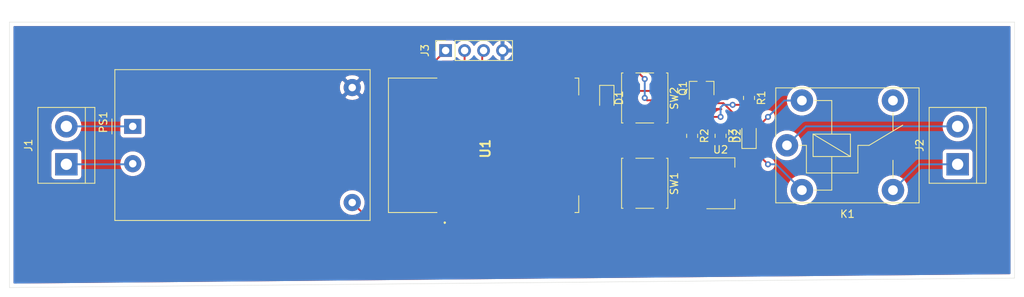
<source format=kicad_pcb>
(kicad_pcb (version 20171130) (host pcbnew 5.1.9-73d0e3b20d~88~ubuntu20.04.1)

  (general
    (thickness 1.6)
    (drawings 4)
    (tracks 86)
    (zones 0)
    (modules 15)
    (nets 45)
  )

  (page A4)
  (layers
    (0 F.Cu signal)
    (31 B.Cu signal)
    (32 B.Adhes user)
    (33 F.Adhes user)
    (34 B.Paste user)
    (35 F.Paste user)
    (36 B.SilkS user)
    (37 F.SilkS user)
    (38 B.Mask user)
    (39 F.Mask user)
    (40 Dwgs.User user)
    (41 Cmts.User user)
    (42 Eco1.User user)
    (43 Eco2.User user)
    (44 Edge.Cuts user)
    (45 Margin user)
    (46 B.CrtYd user)
    (47 F.CrtYd user)
    (48 B.Fab user)
    (49 F.Fab user)
  )

  (setup
    (last_trace_width 0.25)
    (trace_clearance 0.2)
    (zone_clearance 0.508)
    (zone_45_only no)
    (trace_min 0.2)
    (via_size 0.8)
    (via_drill 0.4)
    (via_min_size 0.4)
    (via_min_drill 0.3)
    (uvia_size 0.3)
    (uvia_drill 0.1)
    (uvias_allowed no)
    (uvia_min_size 0.2)
    (uvia_min_drill 0.1)
    (edge_width 0.05)
    (segment_width 0.2)
    (pcb_text_width 0.3)
    (pcb_text_size 1.5 1.5)
    (mod_edge_width 0.12)
    (mod_text_size 1 1)
    (mod_text_width 0.15)
    (pad_size 1.524 1.524)
    (pad_drill 0.762)
    (pad_to_mask_clearance 0)
    (aux_axis_origin 0 0)
    (visible_elements FFFFFF7F)
    (pcbplotparams
      (layerselection 0x010fc_ffffffff)
      (usegerberextensions false)
      (usegerberattributes true)
      (usegerberadvancedattributes true)
      (creategerberjobfile true)
      (excludeedgelayer true)
      (linewidth 0.100000)
      (plotframeref false)
      (viasonmask false)
      (mode 1)
      (useauxorigin false)
      (hpglpennumber 1)
      (hpglpenspeed 20)
      (hpglpendiameter 15.000000)
      (psnegative false)
      (psa4output false)
      (plotreference true)
      (plotvalue true)
      (plotinvisibletext false)
      (padsonsilk false)
      (subtractmaskfromsilk false)
      (outputformat 1)
      (mirror false)
      (drillshape 1)
      (scaleselection 1)
      (outputdirectory ""))
  )

  (net 0 "")
  (net 1 "Net-(D1-Pad1)")
  (net 2 IN1)
  (net 3 +5V)
  (net 4 "Net-(D2-Pad2)")
  (net 5 "Net-(J1-Pad2)")
  (net 6 "Net-(J1-Pad1)")
  (net 7 "Net-(J2-Pad1)")
  (net 8 "Net-(J2-Pad2)")
  (net 9 3V)
  (net 10 TX)
  (net 11 RX)
  (net 12 GND)
  (net 13 "Net-(K1-Pad12)")
  (net 14 "Net-(Q1-Pad2)")
  (net 15 "Net-(R2-Pad1)")
  (net 16 "Net-(R3-Pad1)")
  (net 17 "Net-(U1-Pad4)")
  (net 18 "Net-(U1-Pad5)")
  (net 19 "Net-(U1-Pad6)")
  (net 20 "Net-(U1-Pad7)")
  (net 21 "Net-(U1-Pad8)")
  (net 22 "Net-(U1-Pad9)")
  (net 23 "Net-(U1-Pad10)")
  (net 24 "Net-(U1-Pad11)")
  (net 25 "Net-(U1-Pad12)")
  (net 26 "Net-(U1-Pad13)")
  (net 27 "Net-(U1-Pad14)")
  (net 28 "Net-(U1-Pad16)")
  (net 29 "Net-(U1-Pad17)")
  (net 30 "Net-(U1-Pad18)")
  (net 31 "Net-(U1-Pad19)")
  (net 32 "Net-(U1-Pad20)")
  (net 33 "Net-(U1-Pad21)")
  (net 34 "Net-(U1-Pad22)")
  (net 35 "Net-(U1-Pad23)")
  (net 36 "Net-(U1-Pad26)")
  (net 37 "Net-(U1-Pad27)")
  (net 38 "Net-(U1-Pad28)")
  (net 39 "Net-(U1-Pad29)")
  (net 40 "Net-(U1-Pad30)")
  (net 41 "Net-(U1-Pad31)")
  (net 42 "Net-(U1-Pad33)")
  (net 43 "Net-(U1-Pad36)")
  (net 44 "Net-(U1-Pad37)")

  (net_class Default "This is the default net class."
    (clearance 0.2)
    (trace_width 0.25)
    (via_dia 0.8)
    (via_drill 0.4)
    (uvia_dia 0.3)
    (uvia_drill 0.1)
    (add_net +5V)
    (add_net 3V)
    (add_net GND)
    (add_net IN1)
    (add_net "Net-(D1-Pad1)")
    (add_net "Net-(D2-Pad2)")
    (add_net "Net-(J1-Pad1)")
    (add_net "Net-(J1-Pad2)")
    (add_net "Net-(J2-Pad1)")
    (add_net "Net-(J2-Pad2)")
    (add_net "Net-(K1-Pad12)")
    (add_net "Net-(Q1-Pad2)")
    (add_net "Net-(R2-Pad1)")
    (add_net "Net-(R3-Pad1)")
    (add_net "Net-(U1-Pad10)")
    (add_net "Net-(U1-Pad11)")
    (add_net "Net-(U1-Pad12)")
    (add_net "Net-(U1-Pad13)")
    (add_net "Net-(U1-Pad14)")
    (add_net "Net-(U1-Pad16)")
    (add_net "Net-(U1-Pad17)")
    (add_net "Net-(U1-Pad18)")
    (add_net "Net-(U1-Pad19)")
    (add_net "Net-(U1-Pad20)")
    (add_net "Net-(U1-Pad21)")
    (add_net "Net-(U1-Pad22)")
    (add_net "Net-(U1-Pad23)")
    (add_net "Net-(U1-Pad26)")
    (add_net "Net-(U1-Pad27)")
    (add_net "Net-(U1-Pad28)")
    (add_net "Net-(U1-Pad29)")
    (add_net "Net-(U1-Pad30)")
    (add_net "Net-(U1-Pad31)")
    (add_net "Net-(U1-Pad33)")
    (add_net "Net-(U1-Pad36)")
    (add_net "Net-(U1-Pad37)")
    (add_net "Net-(U1-Pad4)")
    (add_net "Net-(U1-Pad5)")
    (add_net "Net-(U1-Pad6)")
    (add_net "Net-(U1-Pad7)")
    (add_net "Net-(U1-Pad8)")
    (add_net "Net-(U1-Pad9)")
    (add_net RX)
    (add_net TX)
  )

  (module Package_TO_SOT_SMD:SOT-223 (layer F.Cu) (tedit 5A02FF57) (tstamp 606A3133)
    (at 217.17 66.04)
    (descr "module CMS SOT223 4 pins")
    (tags "CMS SOT")
    (path /606C3EA3)
    (attr smd)
    (fp_text reference U2 (at 0 -4.5) (layer F.SilkS)
      (effects (font (size 1 1) (thickness 0.15)))
    )
    (fp_text value AMS1117-3.3 (at 0 4.5) (layer F.Fab)
      (effects (font (size 1 1) (thickness 0.15)))
    )
    (fp_line (start -1.85 -2.3) (end -0.8 -3.35) (layer F.Fab) (width 0.1))
    (fp_line (start 1.91 3.41) (end 1.91 2.15) (layer F.SilkS) (width 0.12))
    (fp_line (start 1.91 -3.41) (end 1.91 -2.15) (layer F.SilkS) (width 0.12))
    (fp_line (start 4.4 -3.6) (end -4.4 -3.6) (layer F.CrtYd) (width 0.05))
    (fp_line (start 4.4 3.6) (end 4.4 -3.6) (layer F.CrtYd) (width 0.05))
    (fp_line (start -4.4 3.6) (end 4.4 3.6) (layer F.CrtYd) (width 0.05))
    (fp_line (start -4.4 -3.6) (end -4.4 3.6) (layer F.CrtYd) (width 0.05))
    (fp_line (start -1.85 -2.3) (end -1.85 3.35) (layer F.Fab) (width 0.1))
    (fp_line (start -1.85 3.41) (end 1.91 3.41) (layer F.SilkS) (width 0.12))
    (fp_line (start -0.8 -3.35) (end 1.85 -3.35) (layer F.Fab) (width 0.1))
    (fp_line (start -4.1 -3.41) (end 1.91 -3.41) (layer F.SilkS) (width 0.12))
    (fp_line (start -1.85 3.35) (end 1.85 3.35) (layer F.Fab) (width 0.1))
    (fp_line (start 1.85 -3.35) (end 1.85 3.35) (layer F.Fab) (width 0.1))
    (fp_text user %R (at 0 0 90) (layer F.Fab)
      (effects (font (size 0.8 0.8) (thickness 0.12)))
    )
    (pad 1 smd rect (at -3.15 -2.3) (size 2 1.5) (layers F.Cu F.Paste F.Mask)
      (net 12 GND))
    (pad 3 smd rect (at -3.15 2.3) (size 2 1.5) (layers F.Cu F.Paste F.Mask)
      (net 3 +5V))
    (pad 2 smd rect (at -3.15 0) (size 2 1.5) (layers F.Cu F.Paste F.Mask)
      (net 9 3V))
    (pad 4 smd rect (at 3.15 0) (size 2 3.8) (layers F.Cu F.Paste F.Mask))
    (model ${KISYS3DMOD}/Package_TO_SOT_SMD.3dshapes/SOT-223.wrl
      (at (xyz 0 0 0))
      (scale (xyz 1 1 1))
      (rotate (xyz 0 0 0))
    )
  )

  (module LED_SMD:LED_0805_2012Metric (layer F.Cu) (tedit 5F68FEF1) (tstamp 606A2FB3)
    (at 201.93 54.61 270)
    (descr "LED SMD 0805 (2012 Metric), square (rectangular) end terminal, IPC_7351 nominal, (Body size source: https://docs.google.com/spreadsheets/d/1BsfQQcO9C6DZCsRaXUlFlo91Tg2WpOkGARC1WS5S8t0/edit?usp=sharing), generated with kicad-footprint-generator")
    (tags LED)
    (path /606FD3E3)
    (attr smd)
    (fp_text reference D1 (at 0 -1.65 90) (layer F.SilkS)
      (effects (font (size 1 1) (thickness 0.15)))
    )
    (fp_text value LED (at 0 1.65 90) (layer F.Fab)
      (effects (font (size 1 1) (thickness 0.15)))
    )
    (fp_line (start 1.68 0.95) (end -1.68 0.95) (layer F.CrtYd) (width 0.05))
    (fp_line (start 1.68 -0.95) (end 1.68 0.95) (layer F.CrtYd) (width 0.05))
    (fp_line (start -1.68 -0.95) (end 1.68 -0.95) (layer F.CrtYd) (width 0.05))
    (fp_line (start -1.68 0.95) (end -1.68 -0.95) (layer F.CrtYd) (width 0.05))
    (fp_line (start -1.685 0.96) (end 1 0.96) (layer F.SilkS) (width 0.12))
    (fp_line (start -1.685 -0.96) (end -1.685 0.96) (layer F.SilkS) (width 0.12))
    (fp_line (start 1 -0.96) (end -1.685 -0.96) (layer F.SilkS) (width 0.12))
    (fp_line (start 1 0.6) (end 1 -0.6) (layer F.Fab) (width 0.1))
    (fp_line (start -1 0.6) (end 1 0.6) (layer F.Fab) (width 0.1))
    (fp_line (start -1 -0.3) (end -1 0.6) (layer F.Fab) (width 0.1))
    (fp_line (start -0.7 -0.6) (end -1 -0.3) (layer F.Fab) (width 0.1))
    (fp_line (start 1 -0.6) (end -0.7 -0.6) (layer F.Fab) (width 0.1))
    (fp_text user %R (at 0 0 90) (layer F.Fab)
      (effects (font (size 0.5 0.5) (thickness 0.08)))
    )
    (pad 1 smd roundrect (at -0.9375 0 270) (size 0.975 1.4) (layers F.Cu F.Paste F.Mask) (roundrect_rratio 0.25)
      (net 1 "Net-(D1-Pad1)"))
    (pad 2 smd roundrect (at 0.9375 0 270) (size 0.975 1.4) (layers F.Cu F.Paste F.Mask) (roundrect_rratio 0.25)
      (net 2 IN1))
    (model ${KISYS3DMOD}/LED_SMD.3dshapes/LED_0805_2012Metric.wrl
      (at (xyz 0 0 0))
      (scale (xyz 1 1 1))
      (rotate (xyz 0 0 0))
    )
  )

  (module Diode_SMD:D_0805_2012Metric (layer F.Cu) (tedit 5F68FEF0) (tstamp 606A2FC6)
    (at 220.98 59.69 90)
    (descr "Diode SMD 0805 (2012 Metric), square (rectangular) end terminal, IPC_7351 nominal, (Body size source: https://docs.google.com/spreadsheets/d/1BsfQQcO9C6DZCsRaXUlFlo91Tg2WpOkGARC1WS5S8t0/edit?usp=sharing), generated with kicad-footprint-generator")
    (tags diode)
    (path /606AC632)
    (attr smd)
    (fp_text reference D2 (at 0 -1.65 90) (layer F.SilkS)
      (effects (font (size 1 1) (thickness 0.15)))
    )
    (fp_text value 1N4001 (at 0 1.65 90) (layer F.Fab)
      (effects (font (size 1 1) (thickness 0.15)))
    )
    (fp_line (start 1.68 0.95) (end -1.68 0.95) (layer F.CrtYd) (width 0.05))
    (fp_line (start 1.68 -0.95) (end 1.68 0.95) (layer F.CrtYd) (width 0.05))
    (fp_line (start -1.68 -0.95) (end 1.68 -0.95) (layer F.CrtYd) (width 0.05))
    (fp_line (start -1.68 0.95) (end -1.68 -0.95) (layer F.CrtYd) (width 0.05))
    (fp_line (start -1.685 0.96) (end 1 0.96) (layer F.SilkS) (width 0.12))
    (fp_line (start -1.685 -0.96) (end -1.685 0.96) (layer F.SilkS) (width 0.12))
    (fp_line (start 1 -0.96) (end -1.685 -0.96) (layer F.SilkS) (width 0.12))
    (fp_line (start 1 0.6) (end 1 -0.6) (layer F.Fab) (width 0.1))
    (fp_line (start -1 0.6) (end 1 0.6) (layer F.Fab) (width 0.1))
    (fp_line (start -1 -0.3) (end -1 0.6) (layer F.Fab) (width 0.1))
    (fp_line (start -0.7 -0.6) (end -1 -0.3) (layer F.Fab) (width 0.1))
    (fp_line (start 1 -0.6) (end -0.7 -0.6) (layer F.Fab) (width 0.1))
    (fp_text user %R (at 0 0 90) (layer F.Fab)
      (effects (font (size 0.5 0.5) (thickness 0.08)))
    )
    (pad 1 smd roundrect (at -0.9375 0 90) (size 0.975 1.4) (layers F.Cu F.Paste F.Mask) (roundrect_rratio 0.25)
      (net 3 +5V))
    (pad 2 smd roundrect (at 0.9375 0 90) (size 0.975 1.4) (layers F.Cu F.Paste F.Mask) (roundrect_rratio 0.25)
      (net 4 "Net-(D2-Pad2)"))
    (model ${KISYS3DMOD}/Diode_SMD.3dshapes/D_0805_2012Metric.wrl
      (at (xyz 0 0 0))
      (scale (xyz 1 1 1))
      (rotate (xyz 0 0 0))
    )
  )

  (module TerminalBlock:TerminalBlock_bornier-2_P5.08mm (layer F.Cu) (tedit 59FF03AB) (tstamp 606A2FDB)
    (at 129.54 63.5 90)
    (descr "simple 2-pin terminal block, pitch 5.08mm, revamped version of bornier2")
    (tags "terminal block bornier2")
    (path /606A8A70)
    (fp_text reference J1 (at 2.54 -5.08 90) (layer F.SilkS)
      (effects (font (size 1 1) (thickness 0.15)))
    )
    (fp_text value Screw_Terminal_01x02 (at 2.54 5.08 90) (layer F.Fab)
      (effects (font (size 1 1) (thickness 0.15)))
    )
    (fp_line (start -2.41 2.55) (end 7.49 2.55) (layer F.Fab) (width 0.1))
    (fp_line (start -2.46 -3.75) (end -2.46 3.75) (layer F.Fab) (width 0.1))
    (fp_line (start -2.46 3.75) (end 7.54 3.75) (layer F.Fab) (width 0.1))
    (fp_line (start 7.54 3.75) (end 7.54 -3.75) (layer F.Fab) (width 0.1))
    (fp_line (start 7.54 -3.75) (end -2.46 -3.75) (layer F.Fab) (width 0.1))
    (fp_line (start 7.62 2.54) (end -2.54 2.54) (layer F.SilkS) (width 0.12))
    (fp_line (start 7.62 3.81) (end 7.62 -3.81) (layer F.SilkS) (width 0.12))
    (fp_line (start 7.62 -3.81) (end -2.54 -3.81) (layer F.SilkS) (width 0.12))
    (fp_line (start -2.54 -3.81) (end -2.54 3.81) (layer F.SilkS) (width 0.12))
    (fp_line (start -2.54 3.81) (end 7.62 3.81) (layer F.SilkS) (width 0.12))
    (fp_line (start -2.71 -4) (end 7.79 -4) (layer F.CrtYd) (width 0.05))
    (fp_line (start -2.71 -4) (end -2.71 4) (layer F.CrtYd) (width 0.05))
    (fp_line (start 7.79 4) (end 7.79 -4) (layer F.CrtYd) (width 0.05))
    (fp_line (start 7.79 4) (end -2.71 4) (layer F.CrtYd) (width 0.05))
    (fp_text user %R (at 2.54 0 90) (layer F.Fab)
      (effects (font (size 1 1) (thickness 0.15)))
    )
    (pad 2 thru_hole circle (at 5.08 0 90) (size 3 3) (drill 1.52) (layers *.Cu *.Mask)
      (net 5 "Net-(J1-Pad2)"))
    (pad 1 thru_hole rect (at 0 0 90) (size 3 3) (drill 1.52) (layers *.Cu *.Mask)
      (net 6 "Net-(J1-Pad1)"))
    (model ${KISYS3DMOD}/TerminalBlock.3dshapes/TerminalBlock_bornier-2_P5.08mm.wrl
      (offset (xyz 2.539999961853027 0 0))
      (scale (xyz 1 1 1))
      (rotate (xyz 0 0 0))
    )
    (model /home/angappanmuthu/kicad-packages3D-master/TerminalBlock_Phoenix.3dshapes/TerminalBlock_Phoenix_MKDS-1,5-2_1x02_P5.00mm_Horizontal.wrl
      (at (xyz 0 0 0))
      (scale (xyz 1 1 1))
      (rotate (xyz 0 0 0))
    )
  )

  (module TerminalBlock:TerminalBlock_bornier-2_P5.08mm (layer F.Cu) (tedit 59FF03AB) (tstamp 606A2FF0)
    (at 248.92 63.5 90)
    (descr "simple 2-pin terminal block, pitch 5.08mm, revamped version of bornier2")
    (tags "terminal block bornier2")
    (path /6069CEC3)
    (fp_text reference J2 (at 2.54 -5.08 90) (layer F.SilkS)
      (effects (font (size 1 1) (thickness 0.15)))
    )
    (fp_text value Screw_Terminal_01x02 (at 2.54 5.08 90) (layer F.Fab)
      (effects (font (size 1 1) (thickness 0.15)))
    )
    (fp_line (start 7.79 4) (end -2.71 4) (layer F.CrtYd) (width 0.05))
    (fp_line (start 7.79 4) (end 7.79 -4) (layer F.CrtYd) (width 0.05))
    (fp_line (start -2.71 -4) (end -2.71 4) (layer F.CrtYd) (width 0.05))
    (fp_line (start -2.71 -4) (end 7.79 -4) (layer F.CrtYd) (width 0.05))
    (fp_line (start -2.54 3.81) (end 7.62 3.81) (layer F.SilkS) (width 0.12))
    (fp_line (start -2.54 -3.81) (end -2.54 3.81) (layer F.SilkS) (width 0.12))
    (fp_line (start 7.62 -3.81) (end -2.54 -3.81) (layer F.SilkS) (width 0.12))
    (fp_line (start 7.62 3.81) (end 7.62 -3.81) (layer F.SilkS) (width 0.12))
    (fp_line (start 7.62 2.54) (end -2.54 2.54) (layer F.SilkS) (width 0.12))
    (fp_line (start 7.54 -3.75) (end -2.46 -3.75) (layer F.Fab) (width 0.1))
    (fp_line (start 7.54 3.75) (end 7.54 -3.75) (layer F.Fab) (width 0.1))
    (fp_line (start -2.46 3.75) (end 7.54 3.75) (layer F.Fab) (width 0.1))
    (fp_line (start -2.46 -3.75) (end -2.46 3.75) (layer F.Fab) (width 0.1))
    (fp_line (start -2.41 2.55) (end 7.49 2.55) (layer F.Fab) (width 0.1))
    (fp_text user %R (at 2.54 0 90) (layer F.Fab)
      (effects (font (size 1 1) (thickness 0.15)))
    )
    (pad 1 thru_hole rect (at 0 0 90) (size 3 3) (drill 1.52) (layers *.Cu *.Mask)
      (net 7 "Net-(J2-Pad1)"))
    (pad 2 thru_hole circle (at 5.08 0 90) (size 3 3) (drill 1.52) (layers *.Cu *.Mask)
      (net 8 "Net-(J2-Pad2)"))
    (model ${KISYS3DMOD}/TerminalBlock.3dshapes/TerminalBlock_bornier-2_P5.08mm.wrl
      (offset (xyz 2.539999961853027 0 0))
      (scale (xyz 1 1 1))
      (rotate (xyz 0 0 0))
    )
    (model /home/angappanmuthu/kicad-packages3D-master/TerminalBlock_Phoenix.3dshapes/TerminalBlock_Phoenix_MKDS-1,5-2_1x02_P5.00mm_Horizontal.wrl
      (at (xyz 0 0 0))
      (scale (xyz 1 1 1))
      (rotate (xyz 0 0 0))
    )
  )

  (module Connector_PinSocket_2.54mm:PinSocket_1x04_P2.54mm_Vertical (layer F.Cu) (tedit 5A19A429) (tstamp 606A3008)
    (at 180.34 48.26 90)
    (descr "Through hole straight socket strip, 1x04, 2.54mm pitch, single row (from Kicad 4.0.7), script generated")
    (tags "Through hole socket strip THT 1x04 2.54mm single row")
    (path /607AC80D)
    (fp_text reference J3 (at 0 -2.77 90) (layer F.SilkS)
      (effects (font (size 1 1) (thickness 0.15)))
    )
    (fp_text value Conn_01x04_Male (at 0 10.39 90) (layer F.Fab)
      (effects (font (size 1 1) (thickness 0.15)))
    )
    (fp_line (start -1.8 9.4) (end -1.8 -1.8) (layer F.CrtYd) (width 0.05))
    (fp_line (start 1.75 9.4) (end -1.8 9.4) (layer F.CrtYd) (width 0.05))
    (fp_line (start 1.75 -1.8) (end 1.75 9.4) (layer F.CrtYd) (width 0.05))
    (fp_line (start -1.8 -1.8) (end 1.75 -1.8) (layer F.CrtYd) (width 0.05))
    (fp_line (start 0 -1.33) (end 1.33 -1.33) (layer F.SilkS) (width 0.12))
    (fp_line (start 1.33 -1.33) (end 1.33 0) (layer F.SilkS) (width 0.12))
    (fp_line (start 1.33 1.27) (end 1.33 8.95) (layer F.SilkS) (width 0.12))
    (fp_line (start -1.33 8.95) (end 1.33 8.95) (layer F.SilkS) (width 0.12))
    (fp_line (start -1.33 1.27) (end -1.33 8.95) (layer F.SilkS) (width 0.12))
    (fp_line (start -1.33 1.27) (end 1.33 1.27) (layer F.SilkS) (width 0.12))
    (fp_line (start -1.27 8.89) (end -1.27 -1.27) (layer F.Fab) (width 0.1))
    (fp_line (start 1.27 8.89) (end -1.27 8.89) (layer F.Fab) (width 0.1))
    (fp_line (start 1.27 -0.635) (end 1.27 8.89) (layer F.Fab) (width 0.1))
    (fp_line (start 0.635 -1.27) (end 1.27 -0.635) (layer F.Fab) (width 0.1))
    (fp_line (start -1.27 -1.27) (end 0.635 -1.27) (layer F.Fab) (width 0.1))
    (fp_text user %R (at 0 3.81) (layer F.Fab)
      (effects (font (size 1 1) (thickness 0.15)))
    )
    (pad 1 thru_hole rect (at 0 0 90) (size 1.7 1.7) (drill 1) (layers *.Cu *.Mask)
      (net 9 3V))
    (pad 2 thru_hole oval (at 0 2.54 90) (size 1.7 1.7) (drill 1) (layers *.Cu *.Mask)
      (net 10 TX))
    (pad 3 thru_hole oval (at 0 5.08 90) (size 1.7 1.7) (drill 1) (layers *.Cu *.Mask)
      (net 11 RX))
    (pad 4 thru_hole oval (at 0 7.62 90) (size 1.7 1.7) (drill 1) (layers *.Cu *.Mask)
      (net 12 GND))
    (model ${KISYS3DMOD}/Connector_PinSocket_2.54mm.3dshapes/PinSocket_1x04_P2.54mm_Vertical.wrl
      (at (xyz 0 0 0))
      (scale (xyz 1 1 1))
      (rotate (xyz 0 0 0))
    )
  )

  (module Relay_THT:Relay_SPDT_Finder_36.11 (layer F.Cu) (tedit 5D3F5A07) (tstamp 606A3030)
    (at 226.06 60.96)
    (descr "FINDER 36.11, SPDT relay, 10A, https://gfinder.findernet.com/public/attachments/36/EN/S36EN.pdf")
    (tags "spdt relay")
    (path /606C122C)
    (fp_text reference K1 (at 8.1 9.2) (layer F.SilkS)
      (effects (font (size 1 1) (thickness 0.15)))
    )
    (fp_text value FINDER-36.11 (at 8 -9.6) (layer F.Fab)
      (effects (font (size 1 1) (thickness 0.15)))
    )
    (fp_line (start 8.5 1.5) (end 3.5 1.5) (layer F.SilkS) (width 0.12))
    (fp_line (start 8.5 -1.5) (end 8.5 1.5) (layer F.SilkS) (width 0.12))
    (fp_line (start 3.5 -1.5) (end 8.5 -1.5) (layer F.SilkS) (width 0.12))
    (fp_line (start 3.5 1.5) (end 3.5 -1.5) (layer F.SilkS) (width 0.12))
    (fp_line (start 8.5 1.5) (end 3.5 -1.5) (layer F.SilkS) (width 0.12))
    (fp_line (start 6 1.5) (end 6 6) (layer F.SilkS) (width 0.12))
    (fp_line (start 6 -6) (end 6 -1.5) (layer F.SilkS) (width 0.12))
    (fp_line (start 2.6 0) (end 2.6 3.7) (layer F.SilkS) (width 0.12))
    (fp_line (start 9.5 0) (end 9.5 3.7) (layer F.SilkS) (width 0.12))
    (fp_line (start 9.5 3.7) (end 2.6 3.7) (layer F.SilkS) (width 0.12))
    (fp_line (start 11 0) (end 15.5 -2.7) (layer F.SilkS) (width 0.12))
    (fp_line (start 9.5 0) (end 11 0) (layer F.SilkS) (width 0.12))
    (fp_line (start 6 -6) (end 3.7 -6) (layer F.SilkS) (width 0.12))
    (fp_line (start 2.6 0) (end 1.7 0) (layer F.SilkS) (width 0.12))
    (fp_line (start 3.7 6) (end 6 6) (layer F.SilkS) (width 0.12))
    (fp_line (start 14.2 -4.3) (end 14.2 -2) (layer F.SilkS) (width 0.12))
    (fp_line (start 14.2 4.3) (end 14.2 2) (layer F.SilkS) (width 0.12))
    (fp_line (start -1.75 7.85) (end 17.85 7.85) (layer F.CrtYd) (width 0.05))
    (fp_line (start 17.85 -7.85) (end 17.85 7.85) (layer F.CrtYd) (width 0.05))
    (fp_line (start -1.75 7.85) (end -1.75 -7.85) (layer F.CrtYd) (width 0.05))
    (fp_line (start 17.85 -7.85) (end -1.75 -7.85) (layer F.CrtYd) (width 0.05))
    (fp_line (start -1.4 7.6) (end -1.4 -7.6) (layer F.Fab) (width 0.1))
    (fp_line (start 17.6 7.6) (end -1.4 7.6) (layer F.Fab) (width 0.1))
    (fp_line (start 17.6 -7.6) (end 17.6 7.6) (layer F.Fab) (width 0.1))
    (fp_line (start -1.4 -7.6) (end 17.6 -7.6) (layer F.Fab) (width 0.1))
    (fp_line (start 17.7 7.7) (end -1.5 7.7) (layer F.SilkS) (width 0.12))
    (fp_line (start 17.7 -7.7) (end 17.7 7.7) (layer F.SilkS) (width 0.12))
    (fp_line (start -1.5 -7.7) (end 17.7 -7.7) (layer F.SilkS) (width 0.12))
    (fp_line (start -1.5 -7.7) (end -1.5 -1.2) (layer F.SilkS) (width 0.12))
    (fp_line (start -1.5 1.2) (end -1.5 7.7) (layer F.SilkS) (width 0.12))
    (fp_text user %R (at 7.1 0.025) (layer F.Fab)
      (effects (font (size 1 1) (thickness 0.15)))
    )
    (pad A1 thru_hole circle (at 2 6) (size 3 3) (drill 1.3) (layers *.Cu *.Mask)
      (net 3 +5V))
    (pad 14 thru_hole circle (at 14.2 6) (size 3 3) (drill 1.3) (layers *.Cu *.Mask)
      (net 7 "Net-(J2-Pad1)"))
    (pad 12 thru_hole circle (at 14.2 -6) (size 3 3) (drill 1.3) (layers *.Cu *.Mask)
      (net 13 "Net-(K1-Pad12)"))
    (pad A2 thru_hole circle (at 2 -6) (size 3 3) (drill 1.3) (layers *.Cu *.Mask)
      (net 4 "Net-(D2-Pad2)"))
    (pad 11 thru_hole circle (at 0 0) (size 3 3) (drill 1.3) (layers *.Cu *.Mask)
      (net 8 "Net-(J2-Pad2)"))
    (model ${KISYS3DMOD}/Relay_THT.3dshapes/Relay_SPDT_Finder_36.11.wrl
      (at (xyz 0 0 0))
      (scale (xyz 1 1 1))
      (rotate (xyz 0 0 0))
    )
  )

  (module Converter_ACDC:Converter_ACDC_HiLink_HLK-PMxx (layer F.Cu) (tedit 5C1AC1CD) (tstamp 606A3049)
    (at 138.43 58.42)
    (descr "ACDC-Converter, 3W, HiLink, HLK-PMxx, THT, http://www.hlktech.net/product_detail.php?ProId=54")
    (tags "ACDC-Converter 3W THT HiLink board mount module")
    (path /60684A24)
    (fp_text reference PS1 (at -3.94 -0.55 90) (layer F.SilkS)
      (effects (font (size 1 1) (thickness 0.15)))
    )
    (fp_text value HLK-PM01 (at 15.79 13.85) (layer F.Fab)
      (effects (font (size 1 1) (thickness 0.15)))
    )
    (fp_line (start -2.79 -1) (end -2.79 1.01) (layer F.SilkS) (width 0.12))
    (fp_line (start 31.8 -7.6) (end -2.4 -7.6) (layer F.SilkS) (width 0.12))
    (fp_line (start 31.8 12.6) (end 31.8 -7.6) (layer F.SilkS) (width 0.12))
    (fp_line (start -2.4 12.6) (end 31.8 12.6) (layer F.SilkS) (width 0.12))
    (fp_line (start -2.4 -7.6) (end -2.4 12.6) (layer F.SilkS) (width 0.12))
    (fp_line (start -2.55 -7.75) (end -2.55 12.75) (layer F.CrtYd) (width 0.05))
    (fp_line (start 31.95 -7.75) (end -2.55 -7.75) (layer F.CrtYd) (width 0.05))
    (fp_line (start 31.95 12.75) (end 31.95 -7.75) (layer F.CrtYd) (width 0.05))
    (fp_line (start -2.55 12.75) (end 31.95 12.75) (layer F.CrtYd) (width 0.05))
    (fp_line (start -2.3 -1) (end -2.3 -7.5) (layer F.Fab) (width 0.1))
    (fp_line (start -2.29 -1) (end -1.29 0) (layer F.Fab) (width 0.1))
    (fp_line (start -1.29 0) (end -2.29 1) (layer F.Fab) (width 0.1))
    (fp_line (start -2.3 -7.5) (end 31.7 -7.5) (layer F.Fab) (width 0.1))
    (fp_line (start -2.3 12.5) (end -2.3 0.99) (layer F.Fab) (width 0.1))
    (fp_line (start 31.7 12.5) (end 31.7 -7.5) (layer F.Fab) (width 0.1))
    (fp_line (start -2.3 12.5) (end 31.7 12.5) (layer F.Fab) (width 0.1))
    (fp_text user %R (at 14.68 1.17) (layer F.Fab)
      (effects (font (size 1 1) (thickness 0.15)))
    )
    (pad 3 thru_hole circle (at 29.4 -5.2) (size 2.3 2.3) (drill 1) (layers *.Cu *.Mask)
      (net 12 GND))
    (pad 1 thru_hole rect (at 0 0) (size 2.3 2) (drill 1) (layers *.Cu *.Mask)
      (net 5 "Net-(J1-Pad2)"))
    (pad 2 thru_hole circle (at 0 5) (size 2.3 2.3) (drill 1) (layers *.Cu *.Mask)
      (net 6 "Net-(J1-Pad1)"))
    (pad 4 thru_hole circle (at 29.4 10.2) (size 2.3 2.3) (drill 1) (layers *.Cu *.Mask)
      (net 3 +5V))
    (model ${KISYS3DMOD}/Converter_ACDC.3dshapes/Converter_ACDC_HiLink_HLK-PMxx.wrl
      (at (xyz 0 0 0))
      (scale (xyz 1 1 1))
      (rotate (xyz 0 0 0))
    )
    (model /home/angappanmuthu/kicad-packages3D-master/hlk_pm03/HLK-PM03--3DModel-STEP-56544.STEP
      (offset (xyz 14.6304 -1.9558 -4.7498))
      (scale (xyz 1 1 1))
      (rotate (xyz -90 0 0))
    )
  )

  (module Package_TO_SOT_SMD:SC-59 (layer F.Cu) (tedit 5A02FF57) (tstamp 606A305E)
    (at 214.63 53.34 90)
    (descr "SC-59, https://lib.chipdip.ru/images/import_diod/original/SOT-23_SC-59.jpg")
    (tags SC-59)
    (path /606A4357)
    (attr smd)
    (fp_text reference Q1 (at 0 -2.5 90) (layer F.SilkS)
      (effects (font (size 1 1) (thickness 0.15)))
    )
    (fp_text value BC547 (at 0 2.5 90) (layer F.Fab)
      (effects (font (size 1 1) (thickness 0.15)))
    )
    (fp_line (start 1.9 1.8) (end -1.9 1.8) (layer F.CrtYd) (width 0.05))
    (fp_line (start 1.9 1.8) (end 1.9 -1.8) (layer F.CrtYd) (width 0.05))
    (fp_line (start -1.9 -1.8) (end -1.9 1.8) (layer F.CrtYd) (width 0.05))
    (fp_line (start -1.9 -1.8) (end 1.9 -1.8) (layer F.CrtYd) (width 0.05))
    (fp_line (start 0.85 -1.52) (end 0.85 1.52) (layer F.Fab) (width 0.1))
    (fp_line (start -0.3 -1.55) (end 0.85 -1.55) (layer F.Fab) (width 0.1))
    (fp_line (start -0.3 -1.55) (end -0.85 -1) (layer F.Fab) (width 0.1))
    (fp_line (start -0.85 1.55) (end 0.85 1.55) (layer F.Fab) (width 0.1))
    (fp_line (start 0.95 1.65) (end 0.95 0.6) (layer F.SilkS) (width 0.12))
    (fp_line (start -0.85 1.65) (end 0.95 1.65) (layer F.SilkS) (width 0.12))
    (fp_line (start 0.95 -1.65) (end 0.95 -0.6) (layer F.SilkS) (width 0.12))
    (fp_line (start -1.45 -1.65) (end 0.95 -1.65) (layer F.SilkS) (width 0.12))
    (fp_line (start -0.85 1.55) (end -0.85 -1) (layer F.Fab) (width 0.1))
    (fp_text user %R (at 0 0) (layer F.Fab)
      (effects (font (size 0.5 0.5) (thickness 0.075)))
    )
    (pad 1 smd rect (at -1.2 -0.95 90) (size 0.9 0.8) (layers F.Cu F.Paste F.Mask)
      (net 4 "Net-(D2-Pad2)"))
    (pad 2 smd rect (at -1.2 0.95 90) (size 0.9 0.8) (layers F.Cu F.Paste F.Mask)
      (net 14 "Net-(Q1-Pad2)"))
    (pad 3 smd rect (at 1.2 0 90) (size 0.9 0.8) (layers F.Cu F.Paste F.Mask)
      (net 12 GND))
    (model ${KISYS3DMOD}/Package_TO_SOT_SMD.3dshapes/SC-59.wrl
      (at (xyz 0 0 0))
      (scale (xyz 1 1 1))
      (rotate (xyz 0 0 0))
    )
  )

  (module Resistor_SMD:R_0805_2012Metric (layer F.Cu) (tedit 5F68FEEE) (tstamp 606A306F)
    (at 220.98 54.61 270)
    (descr "Resistor SMD 0805 (2012 Metric), square (rectangular) end terminal, IPC_7351 nominal, (Body size source: IPC-SM-782 page 72, https://www.pcb-3d.com/wordpress/wp-content/uploads/ipc-sm-782a_amendment_1_and_2.pdf), generated with kicad-footprint-generator")
    (tags resistor)
    (path /606FA3A1)
    (attr smd)
    (fp_text reference R1 (at 0 -1.65 90) (layer F.SilkS)
      (effects (font (size 1 1) (thickness 0.15)))
    )
    (fp_text value R (at 0 1.65 90) (layer F.Fab)
      (effects (font (size 1 1) (thickness 0.15)))
    )
    (fp_line (start 1.68 0.95) (end -1.68 0.95) (layer F.CrtYd) (width 0.05))
    (fp_line (start 1.68 -0.95) (end 1.68 0.95) (layer F.CrtYd) (width 0.05))
    (fp_line (start -1.68 -0.95) (end 1.68 -0.95) (layer F.CrtYd) (width 0.05))
    (fp_line (start -1.68 0.95) (end -1.68 -0.95) (layer F.CrtYd) (width 0.05))
    (fp_line (start -0.227064 0.735) (end 0.227064 0.735) (layer F.SilkS) (width 0.12))
    (fp_line (start -0.227064 -0.735) (end 0.227064 -0.735) (layer F.SilkS) (width 0.12))
    (fp_line (start 1 0.625) (end -1 0.625) (layer F.Fab) (width 0.1))
    (fp_line (start 1 -0.625) (end 1 0.625) (layer F.Fab) (width 0.1))
    (fp_line (start -1 -0.625) (end 1 -0.625) (layer F.Fab) (width 0.1))
    (fp_line (start -1 0.625) (end -1 -0.625) (layer F.Fab) (width 0.1))
    (fp_text user %R (at 0 0 90) (layer F.Fab)
      (effects (font (size 0.5 0.5) (thickness 0.08)))
    )
    (pad 1 smd roundrect (at -0.9125 0 270) (size 1.025 1.4) (layers F.Cu F.Paste F.Mask) (roundrect_rratio 0.243902)
      (net 14 "Net-(Q1-Pad2)"))
    (pad 2 smd roundrect (at 0.9125 0 270) (size 1.025 1.4) (layers F.Cu F.Paste F.Mask) (roundrect_rratio 0.243902)
      (net 1 "Net-(D1-Pad1)"))
    (model ${KISYS3DMOD}/Resistor_SMD.3dshapes/R_0805_2012Metric.wrl
      (at (xyz 0 0 0))
      (scale (xyz 1 1 1))
      (rotate (xyz 0 0 0))
    )
  )

  (module Resistor_SMD:R_0805_2012Metric (layer F.Cu) (tedit 5F68FEEE) (tstamp 606A3080)
    (at 213.36 59.69 270)
    (descr "Resistor SMD 0805 (2012 Metric), square (rectangular) end terminal, IPC_7351 nominal, (Body size source: IPC-SM-782 page 72, https://www.pcb-3d.com/wordpress/wp-content/uploads/ipc-sm-782a_amendment_1_and_2.pdf), generated with kicad-footprint-generator")
    (tags resistor)
    (path /6074CFB1)
    (attr smd)
    (fp_text reference R2 (at 0 -1.65 90) (layer F.SilkS)
      (effects (font (size 1 1) (thickness 0.15)))
    )
    (fp_text value R (at 0 1.65 90) (layer F.Fab)
      (effects (font (size 1 1) (thickness 0.15)))
    )
    (fp_line (start 1.68 0.95) (end -1.68 0.95) (layer F.CrtYd) (width 0.05))
    (fp_line (start 1.68 -0.95) (end 1.68 0.95) (layer F.CrtYd) (width 0.05))
    (fp_line (start -1.68 -0.95) (end 1.68 -0.95) (layer F.CrtYd) (width 0.05))
    (fp_line (start -1.68 0.95) (end -1.68 -0.95) (layer F.CrtYd) (width 0.05))
    (fp_line (start -0.227064 0.735) (end 0.227064 0.735) (layer F.SilkS) (width 0.12))
    (fp_line (start -0.227064 -0.735) (end 0.227064 -0.735) (layer F.SilkS) (width 0.12))
    (fp_line (start 1 0.625) (end -1 0.625) (layer F.Fab) (width 0.1))
    (fp_line (start 1 -0.625) (end 1 0.625) (layer F.Fab) (width 0.1))
    (fp_line (start -1 -0.625) (end 1 -0.625) (layer F.Fab) (width 0.1))
    (fp_line (start -1 0.625) (end -1 -0.625) (layer F.Fab) (width 0.1))
    (fp_text user %R (at 0 0 90) (layer F.Fab)
      (effects (font (size 0.5 0.5) (thickness 0.08)))
    )
    (pad 1 smd roundrect (at -0.9125 0 270) (size 1.025 1.4) (layers F.Cu F.Paste F.Mask) (roundrect_rratio 0.243902)
      (net 15 "Net-(R2-Pad1)"))
    (pad 2 smd roundrect (at 0.9125 0 270) (size 1.025 1.4) (layers F.Cu F.Paste F.Mask) (roundrect_rratio 0.243902)
      (net 9 3V))
    (model ${KISYS3DMOD}/Resistor_SMD.3dshapes/R_0805_2012Metric.wrl
      (at (xyz 0 0 0))
      (scale (xyz 1 1 1))
      (rotate (xyz 0 0 0))
    )
  )

  (module Resistor_SMD:R_0805_2012Metric (layer F.Cu) (tedit 5F68FEEE) (tstamp 606A3091)
    (at 217.17 59.69 270)
    (descr "Resistor SMD 0805 (2012 Metric), square (rectangular) end terminal, IPC_7351 nominal, (Body size source: IPC-SM-782 page 72, https://www.pcb-3d.com/wordpress/wp-content/uploads/ipc-sm-782a_amendment_1_and_2.pdf), generated with kicad-footprint-generator")
    (tags resistor)
    (path /607113B9)
    (attr smd)
    (fp_text reference R3 (at 0 -1.65 90) (layer F.SilkS)
      (effects (font (size 1 1) (thickness 0.15)))
    )
    (fp_text value R (at 0 1.65 90) (layer F.Fab)
      (effects (font (size 1 1) (thickness 0.15)))
    )
    (fp_line (start -1 0.625) (end -1 -0.625) (layer F.Fab) (width 0.1))
    (fp_line (start -1 -0.625) (end 1 -0.625) (layer F.Fab) (width 0.1))
    (fp_line (start 1 -0.625) (end 1 0.625) (layer F.Fab) (width 0.1))
    (fp_line (start 1 0.625) (end -1 0.625) (layer F.Fab) (width 0.1))
    (fp_line (start -0.227064 -0.735) (end 0.227064 -0.735) (layer F.SilkS) (width 0.12))
    (fp_line (start -0.227064 0.735) (end 0.227064 0.735) (layer F.SilkS) (width 0.12))
    (fp_line (start -1.68 0.95) (end -1.68 -0.95) (layer F.CrtYd) (width 0.05))
    (fp_line (start -1.68 -0.95) (end 1.68 -0.95) (layer F.CrtYd) (width 0.05))
    (fp_line (start 1.68 -0.95) (end 1.68 0.95) (layer F.CrtYd) (width 0.05))
    (fp_line (start 1.68 0.95) (end -1.68 0.95) (layer F.CrtYd) (width 0.05))
    (fp_text user %R (at 0 0 90) (layer F.Fab)
      (effects (font (size 0.5 0.5) (thickness 0.08)))
    )
    (pad 2 smd roundrect (at 0.9125 0 270) (size 1.025 1.4) (layers F.Cu F.Paste F.Mask) (roundrect_rratio 0.243902)
      (net 9 3V))
    (pad 1 smd roundrect (at -0.9125 0 270) (size 1.025 1.4) (layers F.Cu F.Paste F.Mask) (roundrect_rratio 0.243902)
      (net 16 "Net-(R3-Pad1)"))
    (model ${KISYS3DMOD}/Resistor_SMD.3dshapes/R_0805_2012Metric.wrl
      (at (xyz 0 0 0))
      (scale (xyz 1 1 1))
      (rotate (xyz 0 0 0))
    )
  )

  (module Button_Switch_SMD:SW_SPST_EVQQ2 (layer F.Cu) (tedit 5872491A) (tstamp 606A30AC)
    (at 207.01 66.04 270)
    (descr "Light Touch Switch, https://industrial.panasonic.com/cdbs/www-data/pdf/ATK0000/ATK0000CE28.pdf")
    (path /6074D54B)
    (attr smd)
    (fp_text reference SW1 (at 0.05 -3.95 90) (layer F.SilkS)
      (effects (font (size 1 1) (thickness 0.15)))
    )
    (fp_text value SW_Push (at 0 4.25 90) (layer F.Fab)
      (effects (font (size 1 1) (thickness 0.15)))
    )
    (fp_line (start -3.25 -3) (end 3.25 -3) (layer F.Fab) (width 0.1))
    (fp_line (start 3.25 -3) (end 3.25 3) (layer F.Fab) (width 0.1))
    (fp_line (start 3.25 3) (end -3.25 3) (layer F.Fab) (width 0.1))
    (fp_line (start -3.25 3) (end -3.25 -3) (layer F.Fab) (width 0.1))
    (fp_line (start -5.25 -3.25) (end 5.25 -3.25) (layer F.CrtYd) (width 0.05))
    (fp_line (start 5.25 -3.25) (end 5.25 3.25) (layer F.CrtYd) (width 0.05))
    (fp_line (start 5.25 3.25) (end -5.25 3.25) (layer F.CrtYd) (width 0.05))
    (fp_line (start -5.25 3.25) (end -5.25 -3.25) (layer F.CrtYd) (width 0.05))
    (fp_line (start 3.35 -3.1) (end 3.35 -2.9) (layer F.SilkS) (width 0.12))
    (fp_line (start 3.35 3.1) (end 3.35 2.9) (layer F.SilkS) (width 0.12))
    (fp_line (start -3.35 3.1) (end -3.35 2.9) (layer F.SilkS) (width 0.12))
    (fp_line (start -3.35 -3.1) (end -3.35 -2.9) (layer F.SilkS) (width 0.12))
    (fp_line (start -3.35 -1.2) (end -3.35 1.2) (layer F.SilkS) (width 0.12))
    (fp_line (start 3.35 -1.2) (end 3.35 1.2) (layer F.SilkS) (width 0.12))
    (fp_line (start 3.35 -3.1) (end -3.35 -3.1) (layer F.SilkS) (width 0.12))
    (fp_line (start -3.35 3.1) (end 3.35 3.1) (layer F.SilkS) (width 0.12))
    (fp_circle (center 0 0) (end 1.9 0) (layer F.Fab) (width 0.1))
    (fp_circle (center 0 0) (end 1.5 0) (layer F.Fab) (width 0.1))
    (fp_text user %R (at 0.05 -3.95 90) (layer F.Fab)
      (effects (font (size 1 1) (thickness 0.15)))
    )
    (pad 2 smd rect (at 3.4 2 270) (size 3.2 1) (layers F.Cu F.Paste F.Mask)
      (net 15 "Net-(R2-Pad1)"))
    (pad 2 smd rect (at -3.4 2 270) (size 3.2 1) (layers F.Cu F.Paste F.Mask)
      (net 15 "Net-(R2-Pad1)"))
    (pad 1 smd rect (at -3.4 -2 270) (size 3.2 1) (layers F.Cu F.Paste F.Mask)
      (net 12 GND))
    (pad 1 smd rect (at 3.4 -2 270) (size 3.2 1) (layers F.Cu F.Paste F.Mask)
      (net 12 GND))
    (model ${KISYS3DMOD}/Button_Switch_SMD.3dshapes/SW_SPST_EVQQ2.wrl
      (at (xyz 0 0 0))
      (scale (xyz 1 1 1))
      (rotate (xyz 0 0 0))
    )
    (model /home/angappanmuthu/kicad-packages3D-master/Button_Switch_SMD.3dshapes/SW_SPST_PTS645.step
      (at (xyz 0 0 0))
      (scale (xyz 1 1 1))
      (rotate (xyz 0 0 0))
    )
  )

  (module Button_Switch_SMD:SW_SPST_EVQQ2 (layer F.Cu) (tedit 5872491A) (tstamp 606A30C7)
    (at 207.01 54.61 270)
    (descr "Light Touch Switch, https://industrial.panasonic.com/cdbs/www-data/pdf/ATK0000/ATK0000CE28.pdf")
    (path /6070AC9D)
    (attr smd)
    (fp_text reference SW2 (at 0.05 -3.95 90) (layer F.SilkS)
      (effects (font (size 1 1) (thickness 0.15)))
    )
    (fp_text value SW_Push (at 0 4.25 90) (layer F.Fab)
      (effects (font (size 1 1) (thickness 0.15)))
    )
    (fp_circle (center 0 0) (end 1.5 0) (layer F.Fab) (width 0.1))
    (fp_circle (center 0 0) (end 1.9 0) (layer F.Fab) (width 0.1))
    (fp_line (start -3.35 3.1) (end 3.35 3.1) (layer F.SilkS) (width 0.12))
    (fp_line (start 3.35 -3.1) (end -3.35 -3.1) (layer F.SilkS) (width 0.12))
    (fp_line (start 3.35 -1.2) (end 3.35 1.2) (layer F.SilkS) (width 0.12))
    (fp_line (start -3.35 -1.2) (end -3.35 1.2) (layer F.SilkS) (width 0.12))
    (fp_line (start -3.35 -3.1) (end -3.35 -2.9) (layer F.SilkS) (width 0.12))
    (fp_line (start -3.35 3.1) (end -3.35 2.9) (layer F.SilkS) (width 0.12))
    (fp_line (start 3.35 3.1) (end 3.35 2.9) (layer F.SilkS) (width 0.12))
    (fp_line (start 3.35 -3.1) (end 3.35 -2.9) (layer F.SilkS) (width 0.12))
    (fp_line (start -5.25 3.25) (end -5.25 -3.25) (layer F.CrtYd) (width 0.05))
    (fp_line (start 5.25 3.25) (end -5.25 3.25) (layer F.CrtYd) (width 0.05))
    (fp_line (start 5.25 -3.25) (end 5.25 3.25) (layer F.CrtYd) (width 0.05))
    (fp_line (start -5.25 -3.25) (end 5.25 -3.25) (layer F.CrtYd) (width 0.05))
    (fp_line (start -3.25 3) (end -3.25 -3) (layer F.Fab) (width 0.1))
    (fp_line (start 3.25 3) (end -3.25 3) (layer F.Fab) (width 0.1))
    (fp_line (start 3.25 -3) (end 3.25 3) (layer F.Fab) (width 0.1))
    (fp_line (start -3.25 -3) (end 3.25 -3) (layer F.Fab) (width 0.1))
    (fp_text user %R (at 0.05 -3.95 90) (layer F.Fab)
      (effects (font (size 1 1) (thickness 0.15)))
    )
    (pad 1 smd rect (at 3.4 -2 270) (size 3.2 1) (layers F.Cu F.Paste F.Mask)
      (net 12 GND))
    (pad 1 smd rect (at -3.4 -2 270) (size 3.2 1) (layers F.Cu F.Paste F.Mask)
      (net 12 GND))
    (pad 2 smd rect (at -3.4 2 270) (size 3.2 1) (layers F.Cu F.Paste F.Mask)
      (net 16 "Net-(R3-Pad1)"))
    (pad 2 smd rect (at 3.4 2 270) (size 3.2 1) (layers F.Cu F.Paste F.Mask)
      (net 16 "Net-(R3-Pad1)"))
    (model ${KISYS3DMOD}/Button_Switch_SMD.3dshapes/SW_SPST_EVQQ2.wrl
      (at (xyz 0 0 0))
      (scale (xyz 1 1 1))
      (rotate (xyz 0 0 0))
    )
    (model /home/angappanmuthu/kicad-packages3D-master/Button_Switch_SMD.3dshapes/SW_SPST_PTS645.step
      (at (xyz 0 0 0))
      (scale (xyz 1 1 1))
      (rotate (xyz 0 0 0))
    )
  )

  (module esp-wroom-32:ESPWROOM32D (layer F.Cu) (tedit 0) (tstamp 606A311D)
    (at 185.42 60.96 90)
    (descr ESP-WROOM-32D-1)
    (tags "Integrated Circuit")
    (path /60694A9C)
    (attr smd)
    (fp_text reference U1 (at -0.45 0.25 90) (layer F.SilkS)
      (effects (font (size 1.27 1.27) (thickness 0.254)))
    )
    (fp_text value ESP32-WROOM-32 (at -0.45 0.25 90) (layer F.SilkS) hide
      (effects (font (size 1.27 1.27) (thickness 0.254)))
    )
    (fp_line (start -10.4 -5.2) (end -10.4 -5.2) (layer F.SilkS) (width 0.2))
    (fp_line (start -10.3 -5.2) (end -10.3 -5.2) (layer F.SilkS) (width 0.2))
    (fp_line (start -10.4 -5.2) (end -10.4 -5.2) (layer F.SilkS) (width 0.2))
    (fp_line (start -11.4 14.25) (end -11.4 -13.75) (layer F.CrtYd) (width 0.1))
    (fp_line (start 10.5 14.25) (end -11.4 14.25) (layer F.CrtYd) (width 0.1))
    (fp_line (start 10.5 -13.75) (end 10.5 14.25) (layer F.CrtYd) (width 0.1))
    (fp_line (start -11.4 -13.75) (end 10.5 -13.75) (layer F.CrtYd) (width 0.1))
    (fp_line (start -9 12.75) (end -9 12.75) (layer F.SilkS) (width 0.1))
    (fp_line (start -6.75 12.75) (end -9 12.75) (layer F.SilkS) (width 0.1))
    (fp_line (start -6.75 12.75) (end -6.75 12.75) (layer F.SilkS) (width 0.1))
    (fp_line (start -9 12.75) (end -6.75 12.75) (layer F.SilkS) (width 0.1))
    (fp_line (start -9 12.75) (end -9 12.25) (layer F.SilkS) (width 0.1))
    (fp_line (start -9 12.75) (end -9 12.75) (layer F.SilkS) (width 0.1))
    (fp_line (start -9 12.25) (end -9 12.75) (layer F.SilkS) (width 0.1))
    (fp_line (start -9 12.25) (end -9 12.25) (layer F.SilkS) (width 0.1))
    (fp_line (start 9 12.75) (end 9 12.75) (layer F.SilkS) (width 0.1))
    (fp_line (start 6.75 12.75) (end 9 12.75) (layer F.SilkS) (width 0.1))
    (fp_line (start 6.75 12.75) (end 6.75 12.75) (layer F.SilkS) (width 0.1))
    (fp_line (start 9 12.75) (end 6.75 12.75) (layer F.SilkS) (width 0.1))
    (fp_line (start 9 12.75) (end 9 12.25) (layer F.SilkS) (width 0.1))
    (fp_line (start 9 12.75) (end 9 12.75) (layer F.SilkS) (width 0.1))
    (fp_line (start 9 12.25) (end 9 12.75) (layer F.SilkS) (width 0.1))
    (fp_line (start 9 12.25) (end 9 12.25) (layer F.SilkS) (width 0.1))
    (fp_line (start 9 -6.25) (end 9 -12.75) (layer F.SilkS) (width 0.1))
    (fp_line (start 9 -6.25) (end 9 -6.25) (layer F.SilkS) (width 0.1))
    (fp_line (start 9 -12.75) (end 9 -6.25) (layer F.SilkS) (width 0.1))
    (fp_line (start 9 -12.75) (end 9 -12.75) (layer F.SilkS) (width 0.1))
    (fp_line (start -9 -12.75) (end -9 -12.75) (layer F.SilkS) (width 0.1))
    (fp_line (start 9 -12.75) (end -9 -12.75) (layer F.SilkS) (width 0.1))
    (fp_line (start 9 -12.75) (end 9 -12.75) (layer F.SilkS) (width 0.1))
    (fp_line (start -9 -12.75) (end 9 -12.75) (layer F.SilkS) (width 0.1))
    (fp_line (start -9 -12.75) (end -9 -6.25) (layer F.SilkS) (width 0.1))
    (fp_line (start -9 -12.75) (end -9 -12.75) (layer F.SilkS) (width 0.1))
    (fp_line (start -9 -6.25) (end -9 -12.75) (layer F.SilkS) (width 0.1))
    (fp_line (start -9 -6.25) (end -9 -6.25) (layer F.SilkS) (width 0.1))
    (fp_line (start -9 -12.75) (end -9 12.75) (layer F.Fab) (width 0.2))
    (fp_line (start 9 -12.75) (end -9 -12.75) (layer F.Fab) (width 0.2))
    (fp_line (start 9 12.75) (end 9 -12.75) (layer F.Fab) (width 0.2))
    (fp_line (start -9 12.75) (end 9 12.75) (layer F.Fab) (width 0.2))
    (fp_text user %R (at -0.45 0.25 90) (layer F.Fab)
      (effects (font (size 1.27 1.27) (thickness 0.254)))
    )
    (fp_arc (start -10.35 -5.2) (end -10.4 -5.2) (angle -180) (layer F.SilkS) (width 0.2))
    (fp_arc (start -10.35 -5.2) (end -10.3 -5.2) (angle -180) (layer F.SilkS) (width 0.2))
    (fp_arc (start -10.35 -5.2) (end -10.4 -5.2) (angle -180) (layer F.SilkS) (width 0.2))
    (pad 1 smd rect (at -8.5 -5.26 180) (size 0.9 2) (layers F.Cu F.Paste F.Mask)
      (net 12 GND))
    (pad 2 smd rect (at -8.5 -3.99 180) (size 0.9 2) (layers F.Cu F.Paste F.Mask)
      (net 9 3V))
    (pad 3 smd rect (at -8.5 -2.72 180) (size 0.9 2) (layers F.Cu F.Paste F.Mask)
      (net 15 "Net-(R2-Pad1)"))
    (pad 4 smd rect (at -8.5 -1.45 180) (size 0.9 2) (layers F.Cu F.Paste F.Mask)
      (net 17 "Net-(U1-Pad4)"))
    (pad 5 smd rect (at -8.5 -0.18 180) (size 0.9 2) (layers F.Cu F.Paste F.Mask)
      (net 18 "Net-(U1-Pad5)"))
    (pad 6 smd rect (at -8.5 1.09 180) (size 0.9 2) (layers F.Cu F.Paste F.Mask)
      (net 19 "Net-(U1-Pad6)"))
    (pad 7 smd rect (at -8.5 2.36 180) (size 0.9 2) (layers F.Cu F.Paste F.Mask)
      (net 20 "Net-(U1-Pad7)"))
    (pad 8 smd rect (at -8.5 3.63 180) (size 0.9 2) (layers F.Cu F.Paste F.Mask)
      (net 21 "Net-(U1-Pad8)"))
    (pad 9 smd rect (at -8.5 4.9 180) (size 0.9 2) (layers F.Cu F.Paste F.Mask)
      (net 22 "Net-(U1-Pad9)"))
    (pad 10 smd rect (at -8.5 6.17 180) (size 0.9 2) (layers F.Cu F.Paste F.Mask)
      (net 23 "Net-(U1-Pad10)"))
    (pad 11 smd rect (at -8.5 7.44 180) (size 0.9 2) (layers F.Cu F.Paste F.Mask)
      (net 24 "Net-(U1-Pad11)"))
    (pad 12 smd rect (at -8.5 8.71 180) (size 0.9 2) (layers F.Cu F.Paste F.Mask)
      (net 25 "Net-(U1-Pad12)"))
    (pad 13 smd rect (at -8.5 9.98 180) (size 0.9 2) (layers F.Cu F.Paste F.Mask)
      (net 26 "Net-(U1-Pad13)"))
    (pad 14 smd rect (at -8.5 11.25 180) (size 0.9 2) (layers F.Cu F.Paste F.Mask)
      (net 27 "Net-(U1-Pad14)"))
    (pad 15 smd rect (at -5.715 12.25 90) (size 0.9 2) (layers F.Cu F.Paste F.Mask)
      (net 12 GND))
    (pad 16 smd rect (at -4.445 12.25 90) (size 0.9 2) (layers F.Cu F.Paste F.Mask)
      (net 28 "Net-(U1-Pad16)"))
    (pad 17 smd rect (at -3.175 12.25 90) (size 0.9 2) (layers F.Cu F.Paste F.Mask)
      (net 29 "Net-(U1-Pad17)"))
    (pad 18 smd rect (at -1.905 12.25 90) (size 0.9 2) (layers F.Cu F.Paste F.Mask)
      (net 30 "Net-(U1-Pad18)"))
    (pad 19 smd rect (at -0.635 12.25 90) (size 0.9 2) (layers F.Cu F.Paste F.Mask)
      (net 31 "Net-(U1-Pad19)"))
    (pad 20 smd rect (at 0.635 12.25 90) (size 0.9 2) (layers F.Cu F.Paste F.Mask)
      (net 32 "Net-(U1-Pad20)"))
    (pad 21 smd rect (at 1.905 12.25 90) (size 0.9 2) (layers F.Cu F.Paste F.Mask)
      (net 33 "Net-(U1-Pad21)"))
    (pad 22 smd rect (at 3.175 12.25 90) (size 0.9 2) (layers F.Cu F.Paste F.Mask)
      (net 34 "Net-(U1-Pad22)"))
    (pad 23 smd rect (at 4.445 12.25 90) (size 0.9 2) (layers F.Cu F.Paste F.Mask)
      (net 35 "Net-(U1-Pad23)"))
    (pad 24 smd rect (at 5.715 12.25 90) (size 0.9 2) (layers F.Cu F.Paste F.Mask)
      (net 2 IN1))
    (pad 25 smd rect (at 8.5 11.25 180) (size 0.9 2) (layers F.Cu F.Paste F.Mask)
      (net 16 "Net-(R3-Pad1)"))
    (pad 26 smd rect (at 8.5 9.98 180) (size 0.9 2) (layers F.Cu F.Paste F.Mask)
      (net 36 "Net-(U1-Pad26)"))
    (pad 27 smd rect (at 8.5 8.71 180) (size 0.9 2) (layers F.Cu F.Paste F.Mask)
      (net 37 "Net-(U1-Pad27)"))
    (pad 28 smd rect (at 8.5 7.44 180) (size 0.9 2) (layers F.Cu F.Paste F.Mask)
      (net 38 "Net-(U1-Pad28)"))
    (pad 29 smd rect (at 8.5 6.17 180) (size 0.9 2) (layers F.Cu F.Paste F.Mask)
      (net 39 "Net-(U1-Pad29)"))
    (pad 30 smd rect (at 8.5 4.9 180) (size 0.9 2) (layers F.Cu F.Paste F.Mask)
      (net 40 "Net-(U1-Pad30)"))
    (pad 31 smd rect (at 8.5 3.63 180) (size 0.9 2) (layers F.Cu F.Paste F.Mask)
      (net 41 "Net-(U1-Pad31)"))
    (pad 32 smd rect (at 8.5 2.36 180) (size 0.9 2) (layers F.Cu F.Paste F.Mask))
    (pad 33 smd rect (at 8.5 1.09 180) (size 0.9 2) (layers F.Cu F.Paste F.Mask)
      (net 42 "Net-(U1-Pad33)"))
    (pad 34 smd rect (at 8.5 -0.18 180) (size 0.9 2) (layers F.Cu F.Paste F.Mask)
      (net 11 RX))
    (pad 35 smd rect (at 8.5 -1.45 180) (size 0.9 2) (layers F.Cu F.Paste F.Mask)
      (net 10 TX))
    (pad 36 smd rect (at 8.5 -2.72 180) (size 0.9 2) (layers F.Cu F.Paste F.Mask)
      (net 43 "Net-(U1-Pad36)"))
    (pad 37 smd rect (at 8.5 -3.99 180) (size 0.9 2) (layers F.Cu F.Paste F.Mask)
      (net 44 "Net-(U1-Pad37)"))
    (pad 38 smd rect (at 8.5 -5.26 180) (size 0.9 2) (layers F.Cu F.Paste F.Mask)
      (net 12 GND))
    (pad 39 smd rect (at -1 2.24 180) (size 5 5) (layers F.Cu F.Paste F.Mask))
    (model ESP-WROOM-32D.stp
      (at (xyz 0 0 0))
      (scale (xyz 1 1 1))
      (rotate (xyz 0 0 0))
    )
    (model /home/angappanmuthu/kicad-symbol/ESP32-WROOM-32/ESP32-WROOM-32.step
      (at (xyz 0 0 0))
      (scale (xyz 1 1 1))
      (rotate (xyz -90 0 0))
    )
  )

  (gr_line (start 256.54 44.45) (end 121.92 44.45) (layer Edge.Cuts) (width 0.05) (tstamp 606A5543))
  (gr_line (start 256.54 78.74) (end 256.54 44.45) (layer Edge.Cuts) (width 0.05))
  (gr_line (start 121.92 80.01) (end 256.54 78.74) (layer Edge.Cuts) (width 0.05))
  (gr_line (start 121.92 44.45) (end 121.92 80.01) (layer Edge.Cuts) (width 0.05))

  (segment (start 201.93 53.6725) (end 209.8825 53.6725) (width 0.25) (layer F.Cu) (net 1))
  (segment (start 209.8825 53.6725) (end 213.36 57.15) (width 0.25) (layer F.Cu) (net 1))
  (via (at 217.17 57.15) (size 0.8) (drill 0.4) (layers F.Cu B.Cu) (net 1))
  (segment (start 217.06819 57.15) (end 217.17 57.15) (width 0.25) (layer F.Cu) (net 1))
  (segment (start 213.36 57.15) (end 217.06819 57.15) (width 0.25) (layer F.Cu) (net 1))
  (segment (start 217.17 57.15) (end 217.17 55.88) (width 0.25) (layer B.Cu) (net 1))
  (via (at 218.786403 55.533597) (size 0.8) (drill 0.4) (layers F.Cu B.Cu) (net 1))
  (segment (start 217.516403 55.533597) (end 218.786403 55.533597) (width 0.25) (layer B.Cu) (net 1))
  (segment (start 217.17 55.88) (end 217.516403 55.533597) (width 0.25) (layer B.Cu) (net 1))
  (segment (start 220.968903 55.533597) (end 220.98 55.5225) (width 0.25) (layer F.Cu) (net 1))
  (segment (start 218.786403 55.533597) (end 220.968903 55.533597) (width 0.25) (layer F.Cu) (net 1))
  (segment (start 201.6275 55.245) (end 201.93 55.5475) (width 0.25) (layer F.Cu) (net 2))
  (segment (start 197.67 55.245) (end 201.6275 55.245) (width 0.25) (layer F.Cu) (net 2))
  (via (at 223.52 63.5) (size 0.8) (drill 0.4) (layers F.Cu B.Cu) (net 3))
  (segment (start 224.6 63.5) (end 223.52 63.5) (width 0.25) (layer B.Cu) (net 3))
  (segment (start 228.06 66.96) (end 224.6 63.5) (width 0.25) (layer B.Cu) (net 3))
  (segment (start 220.98 60.96) (end 220.98 60.6275) (width 0.25) (layer F.Cu) (net 3))
  (segment (start 223.52 63.5) (end 220.98 60.96) (width 0.25) (layer F.Cu) (net 3))
  (segment (start 214.02 68.34) (end 216.14 68.34) (width 0.25) (layer F.Cu) (net 3))
  (segment (start 216.14 68.34) (end 217.17 67.31) (width 0.25) (layer F.Cu) (net 3))
  (segment (start 217.17 64.4375) (end 220.98 60.6275) (width 0.25) (layer F.Cu) (net 3))
  (segment (start 217.17 67.31) (end 217.17 64.4375) (width 0.25) (layer F.Cu) (net 3))
  (segment (start 214.02 68.34) (end 214.02 69.19) (width 0.25) (layer F.Cu) (net 3))
  (segment (start 214.02 69.19) (end 210.82 72.39) (width 0.25) (layer F.Cu) (net 3))
  (segment (start 171.6 72.39) (end 167.83 68.62) (width 0.25) (layer F.Cu) (net 3))
  (segment (start 210.82 72.39) (end 171.6 72.39) (width 0.25) (layer F.Cu) (net 3))
  (via (at 223.52 57.15) (size 0.8) (drill 0.4) (layers F.Cu B.Cu) (net 4))
  (segment (start 225.71 54.96) (end 223.52 57.15) (width 0.25) (layer B.Cu) (net 4))
  (segment (start 228.06 54.96) (end 225.71 54.96) (width 0.25) (layer B.Cu) (net 4))
  (segment (start 221.9175 58.7525) (end 220.98 58.7525) (width 0.25) (layer F.Cu) (net 4))
  (segment (start 223.52 57.15) (end 221.9175 58.7525) (width 0.25) (layer F.Cu) (net 4))
  (segment (start 217.542501 55.315001) (end 220.98 58.7525) (width 0.25) (layer F.Cu) (net 4))
  (segment (start 214.455001 55.315001) (end 217.542501 55.315001) (width 0.25) (layer F.Cu) (net 4))
  (segment (start 213.68 54.54) (end 214.455001 55.315001) (width 0.25) (layer F.Cu) (net 4))
  (segment (start 129.54 58.42) (end 138.43 58.42) (width 0.25) (layer B.Cu) (net 5))
  (segment (start 138.35 63.5) (end 138.43 63.42) (width 0.25) (layer B.Cu) (net 6))
  (segment (start 129.54 63.5) (end 138.35 63.5) (width 0.25) (layer B.Cu) (net 6))
  (segment (start 243.72 63.5) (end 240.26 66.96) (width 0.25) (layer B.Cu) (net 7))
  (segment (start 248.92 63.5) (end 243.72 63.5) (width 0.25) (layer B.Cu) (net 7))
  (segment (start 228.6 58.42) (end 226.06 60.96) (width 0.25) (layer B.Cu) (net 8))
  (segment (start 248.92 58.42) (end 228.6 58.42) (width 0.25) (layer B.Cu) (net 8))
  (segment (start 181.43 69.46) (end 181.43 58.24) (width 0.25) (layer F.Cu) (net 9))
  (segment (start 181.43 58.24) (end 177.8 54.61) (width 0.25) (layer F.Cu) (net 9))
  (segment (start 177.8 50.8) (end 180.34 48.26) (width 0.25) (layer F.Cu) (net 9))
  (segment (start 177.8 54.61) (end 177.8 50.8) (width 0.25) (layer F.Cu) (net 9))
  (segment (start 214.02 66.04) (end 214.63 66.04) (width 0.25) (layer F.Cu) (net 9))
  (segment (start 215.5425 65.1275) (end 215.5425 60.6025) (width 0.25) (layer F.Cu) (net 9))
  (segment (start 214.63 66.04) (end 215.5425 65.1275) (width 0.25) (layer F.Cu) (net 9))
  (segment (start 215.5425 60.6025) (end 213.36 60.6025) (width 0.25) (layer F.Cu) (net 9))
  (segment (start 217.17 60.6025) (end 215.5425 60.6025) (width 0.25) (layer F.Cu) (net 9))
  (segment (start 181.43 70.71) (end 181.43 69.46) (width 0.25) (layer F.Cu) (net 9))
  (segment (start 182.29001 71.57001) (end 181.43 70.71) (width 0.25) (layer F.Cu) (net 9))
  (segment (start 209.564992 71.57001) (end 182.29001 71.57001) (width 0.25) (layer F.Cu) (net 9))
  (segment (start 209.835001 71.300001) (end 209.564992 71.57001) (width 0.25) (layer F.Cu) (net 9))
  (segment (start 209.835001 70.224999) (end 209.835001 71.300001) (width 0.25) (layer F.Cu) (net 9))
  (segment (start 214.02 66.04) (end 209.835001 70.224999) (width 0.25) (layer F.Cu) (net 9))
  (segment (start 182.88 50.12) (end 182.88 48.26) (width 0.25) (layer F.Cu) (net 10))
  (segment (start 183.97 51.21) (end 182.88 50.12) (width 0.25) (layer F.Cu) (net 10))
  (segment (start 183.97 52.46) (end 183.97 51.21) (width 0.25) (layer F.Cu) (net 10))
  (segment (start 185.24 48.44) (end 185.42 48.26) (width 0.25) (layer F.Cu) (net 11))
  (segment (start 185.24 52.46) (end 185.24 48.44) (width 0.25) (layer F.Cu) (net 11))
  (segment (start 216.4225 53.6975) (end 215.58 54.54) (width 0.25) (layer F.Cu) (net 14))
  (segment (start 220.98 53.6975) (end 216.4225 53.6975) (width 0.25) (layer F.Cu) (net 14))
  (segment (start 205.01 69.44) (end 205.01 62.64) (width 0.25) (layer F.Cu) (net 15))
  (segment (start 205.01 69.44) (end 203.33 71.12) (width 0.25) (layer F.Cu) (net 15))
  (segment (start 182.7 70.71) (end 182.7 69.46) (width 0.25) (layer F.Cu) (net 15))
  (segment (start 183.11 71.12) (end 182.7 70.71) (width 0.25) (layer F.Cu) (net 15))
  (segment (start 203.33 71.12) (end 183.11 71.12) (width 0.25) (layer F.Cu) (net 15))
  (segment (start 213.36 58.7775) (end 211.7325 58.7775) (width 0.25) (layer F.Cu) (net 15))
  (segment (start 206.935001 60.714999) (end 205.01 62.64) (width 0.25) (layer F.Cu) (net 15))
  (segment (start 209.795001 60.714999) (end 206.935001 60.714999) (width 0.25) (layer F.Cu) (net 15))
  (segment (start 211.7325 58.7775) (end 209.795001 60.714999) (width 0.25) (layer F.Cu) (net 15))
  (segment (start 203.76 52.46) (end 205.01 51.21) (width 0.25) (layer F.Cu) (net 16))
  (segment (start 196.67 52.46) (end 203.76 52.46) (width 0.25) (layer F.Cu) (net 16))
  (segment (start 216.33249 57.93999) (end 217.17 58.7775) (width 0.25) (layer F.Cu) (net 16))
  (segment (start 213.51358 57.93999) (end 216.33249 57.93999) (width 0.25) (layer F.Cu) (net 16))
  (segment (start 210.501795 54.928205) (end 213.51358 57.93999) (width 0.25) (layer F.Cu) (net 16))
  (segment (start 208.091795 54.928205) (end 210.501795 54.928205) (width 0.25) (layer F.Cu) (net 16))
  (segment (start 205.01 58.01) (end 208.091795 54.928205) (width 0.25) (layer F.Cu) (net 16))
  (via (at 207.01 54.61) (size 0.8) (drill 0.4) (layers F.Cu B.Cu) (net 16))
  (segment (start 207.328205 54.928205) (end 207.01 54.61) (width 0.25) (layer F.Cu) (net 16))
  (segment (start 208.091795 54.928205) (end 207.328205 54.928205) (width 0.25) (layer F.Cu) (net 16))
  (segment (start 207.01 54.61) (end 207.01 52.07) (width 0.25) (layer B.Cu) (net 16))
  (via (at 207.01 52.07) (size 0.8) (drill 0.4) (layers F.Cu B.Cu) (net 16))
  (segment (start 206.15 51.21) (end 207.01 52.07) (width 0.25) (layer F.Cu) (net 16))
  (segment (start 205.01 51.21) (end 206.15 51.21) (width 0.25) (layer F.Cu) (net 16))

  (zone (net 12) (net_name GND) (layer F.Cu) (tstamp 0) (hatch edge 0.508)
    (connect_pads (clearance 0.508))
    (min_thickness 0.254)
    (fill yes (arc_segments 32) (thermal_gap 0.508) (thermal_bridge_width 0.508))
    (polygon
      (pts
        (xy 257.81 80.01) (xy 120.65 81.28) (xy 120.65 43.18) (xy 257.81 43.18)
      )
    )
    (filled_polygon
      (pts
        (xy 255.88 78.086197) (xy 122.58 79.343745) (xy 122.58 68.444193) (xy 166.045 68.444193) (xy 166.045 68.795807)
        (xy 166.113596 69.140665) (xy 166.248153 69.465515) (xy 166.4435 69.757871) (xy 166.692129 70.0065) (xy 166.984485 70.201847)
        (xy 167.309335 70.336404) (xy 167.654193 70.405) (xy 168.005807 70.405) (xy 168.350665 70.336404) (xy 168.436181 70.300982)
        (xy 171.036201 72.901003) (xy 171.059999 72.930001) (xy 171.088997 72.953799) (xy 171.175723 73.024974) (xy 171.307753 73.095546)
        (xy 171.451014 73.139003) (xy 171.562667 73.15) (xy 171.562676 73.15) (xy 171.599999 73.153676) (xy 171.637322 73.15)
        (xy 210.782678 73.15) (xy 210.82 73.153676) (xy 210.857322 73.15) (xy 210.857333 73.15) (xy 210.968986 73.139003)
        (xy 211.112247 73.095546) (xy 211.244276 73.024974) (xy 211.360001 72.930001) (xy 211.383804 72.900997) (xy 214.531008 69.753795)
        (xy 214.560001 69.730001) (xy 214.561584 69.728072) (xy 215.02 69.728072) (xy 215.144482 69.715812) (xy 215.26418 69.679502)
        (xy 215.374494 69.620537) (xy 215.471185 69.541185) (xy 215.550537 69.444494) (xy 215.609502 69.33418) (xy 215.645812 69.214482)
        (xy 215.657087 69.1) (xy 216.102678 69.1) (xy 216.14 69.103676) (xy 216.177322 69.1) (xy 216.177333 69.1)
        (xy 216.288986 69.089003) (xy 216.432247 69.045546) (xy 216.564276 68.974974) (xy 216.680001 68.880001) (xy 216.703804 68.850998)
        (xy 217.681004 67.873798) (xy 217.710001 67.850001) (xy 217.751037 67.799999) (xy 217.804974 67.734277) (xy 217.875546 67.602247)
        (xy 217.910958 67.485506) (xy 217.919003 67.458986) (xy 217.93 67.347333) (xy 217.93 67.347323) (xy 217.933676 67.31)
        (xy 217.93 67.272677) (xy 217.93 64.752301) (xy 218.706121 63.97618) (xy 218.694188 64.015518) (xy 218.681928 64.14)
        (xy 218.681928 67.94) (xy 218.694188 68.064482) (xy 218.730498 68.18418) (xy 218.789463 68.294494) (xy 218.868815 68.391185)
        (xy 218.965506 68.470537) (xy 219.07582 68.529502) (xy 219.195518 68.565812) (xy 219.32 68.578072) (xy 221.32 68.578072)
        (xy 221.444482 68.565812) (xy 221.56418 68.529502) (xy 221.674494 68.470537) (xy 221.771185 68.391185) (xy 221.850537 68.294494)
        (xy 221.909502 68.18418) (xy 221.945812 68.064482) (xy 221.958072 67.94) (xy 221.958072 66.749721) (xy 225.925 66.749721)
        (xy 225.925 67.170279) (xy 226.007047 67.582756) (xy 226.167988 67.971302) (xy 226.401637 68.320983) (xy 226.699017 68.618363)
        (xy 227.048698 68.852012) (xy 227.437244 69.012953) (xy 227.849721 69.095) (xy 228.270279 69.095) (xy 228.682756 69.012953)
        (xy 229.071302 68.852012) (xy 229.420983 68.618363) (xy 229.718363 68.320983) (xy 229.952012 67.971302) (xy 230.112953 67.582756)
        (xy 230.195 67.170279) (xy 230.195 66.749721) (xy 238.125 66.749721) (xy 238.125 67.170279) (xy 238.207047 67.582756)
        (xy 238.367988 67.971302) (xy 238.601637 68.320983) (xy 238.899017 68.618363) (xy 239.248698 68.852012) (xy 239.637244 69.012953)
        (xy 240.049721 69.095) (xy 240.470279 69.095) (xy 240.882756 69.012953) (xy 241.271302 68.852012) (xy 241.620983 68.618363)
        (xy 241.918363 68.320983) (xy 242.152012 67.971302) (xy 242.312953 67.582756) (xy 242.395 67.170279) (xy 242.395 66.749721)
        (xy 242.312953 66.337244) (xy 242.152012 65.948698) (xy 241.918363 65.599017) (xy 241.620983 65.301637) (xy 241.271302 65.067988)
        (xy 240.882756 64.907047) (xy 240.470279 64.825) (xy 240.049721 64.825) (xy 239.637244 64.907047) (xy 239.248698 65.067988)
        (xy 238.899017 65.301637) (xy 238.601637 65.599017) (xy 238.367988 65.948698) (xy 238.207047 66.337244) (xy 238.125 66.749721)
        (xy 230.195 66.749721) (xy 230.112953 66.337244) (xy 229.952012 65.948698) (xy 229.718363 65.599017) (xy 229.420983 65.301637)
        (xy 229.071302 65.067988) (xy 228.682756 64.907047) (xy 228.270279 64.825) (xy 227.849721 64.825) (xy 227.437244 64.907047)
        (xy 227.048698 65.067988) (xy 226.699017 65.301637) (xy 226.401637 65.599017) (xy 226.167988 65.948698) (xy 226.007047 66.337244)
        (xy 225.925 66.749721) (xy 221.958072 66.749721) (xy 221.958072 64.14) (xy 221.945812 64.015518) (xy 221.909502 63.89582)
        (xy 221.850537 63.785506) (xy 221.771185 63.688815) (xy 221.674494 63.609463) (xy 221.56418 63.550498) (xy 221.444482 63.514188)
        (xy 221.32 63.501928) (xy 219.32 63.501928) (xy 219.195518 63.514188) (xy 219.15618 63.526121) (xy 220.81375 61.868552)
        (xy 222.485 63.539803) (xy 222.485 63.601939) (xy 222.524774 63.801898) (xy 222.602795 63.990256) (xy 222.716063 64.159774)
        (xy 222.860226 64.303937) (xy 223.029744 64.417205) (xy 223.218102 64.495226) (xy 223.418061 64.535) (xy 223.621939 64.535)
        (xy 223.821898 64.495226) (xy 224.010256 64.417205) (xy 224.179774 64.303937) (xy 224.323937 64.159774) (xy 224.437205 63.990256)
        (xy 224.515226 63.801898) (xy 224.555 63.601939) (xy 224.555 63.398061) (xy 224.515226 63.198102) (xy 224.437205 63.009744)
        (xy 224.323937 62.840226) (xy 224.179774 62.696063) (xy 224.010256 62.582795) (xy 223.821898 62.504774) (xy 223.621939 62.465)
        (xy 223.559803 62.465) (xy 222.263181 61.168379) (xy 222.301128 61.043285) (xy 222.318072 60.87125) (xy 222.318072 60.749721)
        (xy 223.925 60.749721) (xy 223.925 61.170279) (xy 224.007047 61.582756) (xy 224.167988 61.971302) (xy 224.401637 62.320983)
        (xy 224.699017 62.618363) (xy 225.048698 62.852012) (xy 225.437244 63.012953) (xy 225.849721 63.095) (xy 226.270279 63.095)
        (xy 226.682756 63.012953) (xy 227.071302 62.852012) (xy 227.420983 62.618363) (xy 227.718363 62.320983) (xy 227.932836 62)
        (xy 246.781928 62) (xy 246.781928 65) (xy 246.794188 65.124482) (xy 246.830498 65.24418) (xy 246.889463 65.354494)
        (xy 246.968815 65.451185) (xy 247.065506 65.530537) (xy 247.17582 65.589502) (xy 247.295518 65.625812) (xy 247.42 65.638072)
        (xy 250.42 65.638072) (xy 250.544482 65.625812) (xy 250.66418 65.589502) (xy 250.774494 65.530537) (xy 250.871185 65.451185)
        (xy 250.950537 65.354494) (xy 251.009502 65.24418) (xy 251.045812 65.124482) (xy 251.058072 65) (xy 251.058072 62)
        (xy 251.045812 61.875518) (xy 251.009502 61.75582) (xy 250.950537 61.645506) (xy 250.871185 61.548815) (xy 250.774494 61.469463)
        (xy 250.66418 61.410498) (xy 250.544482 61.374188) (xy 250.42 61.361928) (xy 247.42 61.361928) (xy 247.295518 61.374188)
        (xy 247.17582 61.410498) (xy 247.065506 61.469463) (xy 246.968815 61.548815) (xy 246.889463 61.645506) (xy 246.830498 61.75582)
        (xy 246.794188 61.875518) (xy 246.781928 62) (xy 227.932836 62) (xy 227.952012 61.971302) (xy 228.112953 61.582756)
        (xy 228.195 61.170279) (xy 228.195 60.749721) (xy 228.112953 60.337244) (xy 227.952012 59.948698) (xy 227.718363 59.599017)
        (xy 227.420983 59.301637) (xy 227.071302 59.067988) (xy 226.682756 58.907047) (xy 226.270279 58.825) (xy 225.849721 58.825)
        (xy 225.437244 58.907047) (xy 225.048698 59.067988) (xy 224.699017 59.301637) (xy 224.401637 59.599017) (xy 224.167988 59.948698)
        (xy 224.007047 60.337244) (xy 223.925 60.749721) (xy 222.318072 60.749721) (xy 222.318072 60.38375) (xy 222.301128 60.211715)
        (xy 222.250947 60.046291) (xy 222.169458 59.893836) (xy 222.059792 59.760208) (xy 221.974244 59.69) (xy 222.059792 59.619792)
        (xy 222.169458 59.486164) (xy 222.179599 59.467191) (xy 222.209747 59.458046) (xy 222.341776 59.387474) (xy 222.457501 59.292501)
        (xy 222.481304 59.263497) (xy 223.53508 58.209721) (xy 246.785 58.209721) (xy 246.785 58.630279) (xy 246.867047 59.042756)
        (xy 247.027988 59.431302) (xy 247.261637 59.780983) (xy 247.559017 60.078363) (xy 247.908698 60.312012) (xy 248.297244 60.472953)
        (xy 248.709721 60.555) (xy 249.130279 60.555) (xy 249.542756 60.472953) (xy 249.931302 60.312012) (xy 250.280983 60.078363)
        (xy 250.578363 59.780983) (xy 250.812012 59.431302) (xy 250.972953 59.042756) (xy 251.055 58.630279) (xy 251.055 58.209721)
        (xy 250.972953 57.797244) (xy 250.812012 57.408698) (xy 250.578363 57.059017) (xy 250.280983 56.761637) (xy 249.931302 56.527988)
        (xy 249.542756 56.367047) (xy 249.130279 56.285) (xy 248.709721 56.285) (xy 248.297244 56.367047) (xy 247.908698 56.527988)
        (xy 247.559017 56.761637) (xy 247.261637 57.059017) (xy 247.027988 57.408698) (xy 246.867047 57.797244) (xy 246.785 58.209721)
        (xy 223.53508 58.209721) (xy 223.559802 58.185) (xy 223.621939 58.185) (xy 223.821898 58.145226) (xy 224.010256 58.067205)
        (xy 224.179774 57.953937) (xy 224.323937 57.809774) (xy 224.437205 57.640256) (xy 224.515226 57.451898) (xy 224.555 57.251939)
        (xy 224.555 57.048061) (xy 224.515226 56.848102) (xy 224.437205 56.659744) (xy 224.323937 56.490226) (xy 224.179774 56.346063)
        (xy 224.010256 56.232795) (xy 223.821898 56.154774) (xy 223.621939 56.115) (xy 223.418061 56.115) (xy 223.218102 56.154774)
        (xy 223.029744 56.232795) (xy 222.860226 56.346063) (xy 222.716063 56.490226) (xy 222.602795 56.659744) (xy 222.524774 56.848102)
        (xy 222.485 57.048061) (xy 222.485 57.110198) (xy 221.856756 57.738443) (xy 221.773709 57.694053) (xy 221.608285 57.643872)
        (xy 221.43625 57.626928) (xy 220.92923 57.626928) (xy 219.595898 56.293597) (xy 219.804078 56.293597) (xy 219.902038 56.412962)
        (xy 220.036613 56.523405) (xy 220.190149 56.605472) (xy 220.356745 56.656008) (xy 220.529999 56.673072) (xy 221.430001 56.673072)
        (xy 221.603255 56.656008) (xy 221.769851 56.605472) (xy 221.923387 56.523405) (xy 222.057962 56.412962) (xy 222.168405 56.278387)
        (xy 222.250472 56.124851) (xy 222.301008 55.958255) (xy 222.318072 55.785001) (xy 222.318072 55.259999) (xy 222.301008 55.086745)
        (xy 222.250472 54.920149) (xy 222.168405 54.766613) (xy 222.154543 54.749721) (xy 225.925 54.749721) (xy 225.925 55.170279)
        (xy 226.007047 55.582756) (xy 226.167988 55.971302) (xy 226.401637 56.320983) (xy 226.699017 56.618363) (xy 227.048698 56.852012)
        (xy 227.437244 57.012953) (xy 227.849721 57.095) (xy 228.270279 57.095) (xy 228.682756 57.012953) (xy 229.071302 56.852012)
        (xy 229.420983 56.618363) (xy 229.718363 56.320983) (xy 229.952012 55.971302) (xy 230.112953 55.582756) (xy 230.195 55.170279)
        (xy 230.195 54.749721) (xy 238.125 54.749721) (xy 238.125 55.170279) (xy 238.207047 55.582756) (xy 238.367988 55.971302)
        (xy 238.601637 56.320983) (xy 238.899017 56.618363) (xy 239.248698 56.852012) (xy 239.637244 57.012953) (xy 240.049721 57.095)
        (xy 240.470279 57.095) (xy 240.882756 57.012953) (xy 241.271302 56.852012) (xy 241.620983 56.618363) (xy 241.918363 56.320983)
        (xy 242.152012 55.971302) (xy 242.312953 55.582756) (xy 242.395 55.170279) (xy 242.395 54.749721) (xy 242.312953 54.337244)
        (xy 242.152012 53.948698) (xy 241.918363 53.599017) (xy 241.620983 53.301637) (xy 241.271302 53.067988) (xy 240.882756 52.907047)
        (xy 240.470279 52.825) (xy 240.049721 52.825) (xy 239.637244 52.907047) (xy 239.248698 53.067988) (xy 238.899017 53.301637)
        (xy 238.601637 53.599017) (xy 238.367988 53.948698) (xy 238.207047 54.337244) (xy 238.125 54.749721) (xy 230.195 54.749721)
        (xy 230.112953 54.337244) (xy 229.952012 53.948698) (xy 229.718363 53.599017) (xy 229.420983 53.301637) (xy 229.071302 53.067988)
        (xy 228.682756 52.907047) (xy 228.270279 52.825) (xy 227.849721 52.825) (xy 227.437244 52.907047) (xy 227.048698 53.067988)
        (xy 226.699017 53.301637) (xy 226.401637 53.599017) (xy 226.167988 53.948698) (xy 226.007047 54.337244) (xy 225.925 54.749721)
        (xy 222.154543 54.749721) (xy 222.057962 54.632038) (xy 222.031109 54.61) (xy 222.057962 54.587962) (xy 222.168405 54.453387)
        (xy 222.250472 54.299851) (xy 222.301008 54.133255) (xy 222.318072 53.960001) (xy 222.318072 53.434999) (xy 222.301008 53.261745)
        (xy 222.250472 53.095149) (xy 222.168405 52.941613) (xy 222.057962 52.807038) (xy 221.923387 52.696595) (xy 221.769851 52.614528)
        (xy 221.603255 52.563992) (xy 221.430001 52.546928) (xy 220.529999 52.546928) (xy 220.356745 52.563992) (xy 220.190149 52.614528)
        (xy 220.036613 52.696595) (xy 219.902038 52.807038) (xy 219.79497 52.9375) (xy 216.459823 52.9375) (xy 216.4225 52.933824)
        (xy 216.385177 52.9375) (xy 216.385167 52.9375) (xy 216.273514 52.948497) (xy 216.145909 52.987205) (xy 216.130253 52.991954)
        (xy 215.998223 53.062526) (xy 215.927537 53.120537) (xy 215.882499 53.157499) (xy 215.858701 53.186497) (xy 215.59327 53.451928)
        (xy 215.18 53.451928) (xy 215.055518 53.464188) (xy 214.93582 53.500498) (xy 214.825506 53.559463) (xy 214.728815 53.638815)
        (xy 214.649463 53.735506) (xy 214.63 53.771918) (xy 214.610537 53.735506) (xy 214.531185 53.638815) (xy 214.434494 53.559463)
        (xy 214.32418 53.500498) (xy 214.204482 53.464188) (xy 214.08 53.451928) (xy 213.28 53.451928) (xy 213.155518 53.464188)
        (xy 213.03582 53.500498) (xy 212.925506 53.559463) (xy 212.828815 53.638815) (xy 212.749463 53.735506) (xy 212.690498 53.84582)
        (xy 212.654188 53.965518) (xy 212.641928 54.09) (xy 212.641928 54.99) (xy 212.654188 55.114482) (xy 212.690498 55.23418)
        (xy 212.749463 55.344494) (xy 212.828815 55.441185) (xy 212.925506 55.520537) (xy 213.03582 55.579502) (xy 213.155518 55.615812)
        (xy 213.28 55.628072) (xy 213.69327 55.628072) (xy 213.891202 55.826003) (xy 213.915 55.855002) (xy 213.947084 55.881333)
        (xy 214.030724 55.949975) (xy 214.070624 55.971302) (xy 214.162754 56.020547) (xy 214.306015 56.064004) (xy 214.417668 56.075001)
        (xy 214.417678 56.075001) (xy 214.455001 56.078677) (xy 214.492324 56.075001) (xy 217.2277 56.075001) (xy 217.267699 56.115)
        (xy 217.068061 56.115) (xy 216.868102 56.154774) (xy 216.679744 56.232795) (xy 216.510226 56.346063) (xy 216.466289 56.39)
        (xy 213.674802 56.39) (xy 210.446304 53.161503) (xy 210.422501 53.132499) (xy 210.306776 53.037526) (xy 210.174747 52.966954)
        (xy 210.130073 52.953402) (xy 210.135812 52.934482) (xy 210.148072 52.81) (xy 210.147558 52.59) (xy 213.591928 52.59)
        (xy 213.604188 52.714482) (xy 213.640498 52.83418) (xy 213.699463 52.944494) (xy 213.778815 53.041185) (xy 213.875506 53.120537)
        (xy 213.98582 53.179502) (xy 214.105518 53.215812) (xy 214.23 53.228072) (xy 214.34425 53.225) (xy 214.503 53.06625)
        (xy 214.503 52.267) (xy 214.757 52.267) (xy 214.757 53.06625) (xy 214.91575 53.225) (xy 215.03 53.228072)
        (xy 215.154482 53.215812) (xy 215.27418 53.179502) (xy 215.384494 53.120537) (xy 215.481185 53.041185) (xy 215.560537 52.944494)
        (xy 215.619502 52.83418) (xy 215.655812 52.714482) (xy 215.668072 52.59) (xy 215.665 52.42575) (xy 215.50625 52.267)
        (xy 214.757 52.267) (xy 214.503 52.267) (xy 213.75375 52.267) (xy 213.595 52.42575) (xy 213.591928 52.59)
        (xy 210.147558 52.59) (xy 210.145455 51.69) (xy 213.591928 51.69) (xy 213.595 51.85425) (xy 213.75375 52.013)
        (xy 214.503 52.013) (xy 214.503 51.21375) (xy 214.757 51.21375) (xy 214.757 52.013) (xy 215.50625 52.013)
        (xy 215.665 51.85425) (xy 215.668072 51.69) (xy 215.655812 51.565518) (xy 215.619502 51.44582) (xy 215.560537 51.335506)
        (xy 215.481185 51.238815) (xy 215.384494 51.159463) (xy 215.27418 51.100498) (xy 215.154482 51.064188) (xy 215.03 51.051928)
        (xy 214.91575 51.055) (xy 214.757 51.21375) (xy 214.503 51.21375) (xy 214.34425 51.055) (xy 214.23 51.051928)
        (xy 214.105518 51.064188) (xy 213.98582 51.100498) (xy 213.875506 51.159463) (xy 213.778815 51.238815) (xy 213.699463 51.335506)
        (xy 213.640498 51.44582) (xy 213.604188 51.565518) (xy 213.591928 51.69) (xy 210.145455 51.69) (xy 210.145 51.49575)
        (xy 209.98625 51.337) (xy 209.137 51.337) (xy 209.137 51.357) (xy 208.883 51.357) (xy 208.883 51.337)
        (xy 208.03375 51.337) (xy 207.875 51.49575) (xy 207.874986 51.501593) (xy 207.813937 51.410226) (xy 207.669774 51.266063)
        (xy 207.500256 51.152795) (xy 207.311898 51.074774) (xy 207.111939 51.035) (xy 207.049801 51.035) (xy 206.713803 50.699002)
        (xy 206.690001 50.669999) (xy 206.574276 50.575026) (xy 206.442247 50.504454) (xy 206.298986 50.460997) (xy 206.187333 50.45)
        (xy 206.187322 50.45) (xy 206.15 50.446324) (xy 206.148072 50.446514) (xy 206.148072 49.61) (xy 207.871928 49.61)
        (xy 207.875 50.92425) (xy 208.03375 51.083) (xy 208.883 51.083) (xy 208.883 49.13375) (xy 209.137 49.13375)
        (xy 209.137 51.083) (xy 209.98625 51.083) (xy 210.145 50.92425) (xy 210.148072 49.61) (xy 210.135812 49.485518)
        (xy 210.099502 49.36582) (xy 210.040537 49.255506) (xy 209.961185 49.158815) (xy 209.864494 49.079463) (xy 209.75418 49.020498)
        (xy 209.634482 48.984188) (xy 209.51 48.971928) (xy 209.29575 48.975) (xy 209.137 49.13375) (xy 208.883 49.13375)
        (xy 208.72425 48.975) (xy 208.51 48.971928) (xy 208.385518 48.984188) (xy 208.26582 49.020498) (xy 208.155506 49.079463)
        (xy 208.058815 49.158815) (xy 207.979463 49.255506) (xy 207.920498 49.36582) (xy 207.884188 49.485518) (xy 207.871928 49.61)
        (xy 206.148072 49.61) (xy 206.135812 49.485518) (xy 206.099502 49.36582) (xy 206.040537 49.255506) (xy 205.961185 49.158815)
        (xy 205.864494 49.079463) (xy 205.75418 49.020498) (xy 205.634482 48.984188) (xy 205.51 48.971928) (xy 204.51 48.971928)
        (xy 204.385518 48.984188) (xy 204.26582 49.020498) (xy 204.155506 49.079463) (xy 204.058815 49.158815) (xy 203.979463 49.255506)
        (xy 203.920498 49.36582) (xy 203.884188 49.485518) (xy 203.871928 49.61) (xy 203.871928 51.27327) (xy 203.445199 51.7)
        (xy 197.758072 51.7) (xy 197.758072 51.46) (xy 197.745812 51.335518) (xy 197.709502 51.21582) (xy 197.650537 51.105506)
        (xy 197.571185 51.008815) (xy 197.474494 50.929463) (xy 197.36418 50.870498) (xy 197.244482 50.834188) (xy 197.12 50.821928)
        (xy 196.22 50.821928) (xy 196.095518 50.834188) (xy 196.035 50.852546) (xy 195.974482 50.834188) (xy 195.85 50.821928)
        (xy 194.95 50.821928) (xy 194.825518 50.834188) (xy 194.765 50.852546) (xy 194.704482 50.834188) (xy 194.58 50.821928)
        (xy 193.68 50.821928) (xy 193.555518 50.834188) (xy 193.495 50.852546) (xy 193.434482 50.834188) (xy 193.31 50.821928)
        (xy 192.41 50.821928) (xy 192.285518 50.834188) (xy 192.225 50.852546) (xy 192.164482 50.834188) (xy 192.04 50.821928)
        (xy 191.14 50.821928) (xy 191.015518 50.834188) (xy 190.955 50.852546) (xy 190.894482 50.834188) (xy 190.77 50.821928)
        (xy 189.87 50.821928) (xy 189.745518 50.834188) (xy 189.685 50.852546) (xy 189.624482 50.834188) (xy 189.5 50.821928)
        (xy 188.6 50.821928) (xy 188.475518 50.834188) (xy 188.415 50.852546) (xy 188.354482 50.834188) (xy 188.23 50.821928)
        (xy 187.33 50.821928) (xy 187.205518 50.834188) (xy 187.145 50.852546) (xy 187.084482 50.834188) (xy 186.96 50.821928)
        (xy 186.06 50.821928) (xy 186 50.827837) (xy 186 49.627108) (xy 186.123411 49.57599) (xy 186.366632 49.413475)
        (xy 186.573475 49.206632) (xy 186.695195 49.024466) (xy 186.764822 49.141355) (xy 186.959731 49.357588) (xy 187.19308 49.531641)
        (xy 187.455901 49.656825) (xy 187.60311 49.701476) (xy 187.833 49.580155) (xy 187.833 48.387) (xy 188.087 48.387)
        (xy 188.087 49.580155) (xy 188.31689 49.701476) (xy 188.464099 49.656825) (xy 188.72692 49.531641) (xy 188.960269 49.357588)
        (xy 189.155178 49.141355) (xy 189.304157 48.891252) (xy 189.401481 48.616891) (xy 189.280814 48.387) (xy 188.087 48.387)
        (xy 187.833 48.387) (xy 187.813 48.387) (xy 187.813 48.133) (xy 187.833 48.133) (xy 187.833 46.939845)
        (xy 188.087 46.939845) (xy 188.087 48.133) (xy 189.280814 48.133) (xy 189.401481 47.903109) (xy 189.304157 47.628748)
        (xy 189.155178 47.378645) (xy 188.960269 47.162412) (xy 188.72692 46.988359) (xy 188.464099 46.863175) (xy 188.31689 46.818524)
        (xy 188.087 46.939845) (xy 187.833 46.939845) (xy 187.60311 46.818524) (xy 187.455901 46.863175) (xy 187.19308 46.988359)
        (xy 186.959731 47.162412) (xy 186.764822 47.378645) (xy 186.695195 47.495534) (xy 186.573475 47.313368) (xy 186.366632 47.106525)
        (xy 186.123411 46.94401) (xy 185.853158 46.832068) (xy 185.56626 46.775) (xy 185.27374 46.775) (xy 184.986842 46.832068)
        (xy 184.716589 46.94401) (xy 184.473368 47.106525) (xy 184.266525 47.313368) (xy 184.15 47.48776) (xy 184.033475 47.313368)
        (xy 183.826632 47.106525) (xy 183.583411 46.94401) (xy 183.313158 46.832068) (xy 183.02626 46.775) (xy 182.73374 46.775)
        (xy 182.446842 46.832068) (xy 182.176589 46.94401) (xy 181.933368 47.106525) (xy 181.801513 47.23838) (xy 181.779502 47.16582)
        (xy 181.720537 47.055506) (xy 181.641185 46.958815) (xy 181.544494 46.879463) (xy 181.43418 46.820498) (xy 181.314482 46.784188)
        (xy 181.19 46.771928) (xy 179.49 46.771928) (xy 179.365518 46.784188) (xy 179.24582 46.820498) (xy 179.135506 46.879463)
        (xy 179.038815 46.958815) (xy 178.959463 47.055506) (xy 178.900498 47.16582) (xy 178.864188 47.285518) (xy 178.851928 47.41)
        (xy 178.851928 48.67327) (xy 177.288998 50.236201) (xy 177.26 50.259999) (xy 177.236202 50.288997) (xy 177.236201 50.288998)
        (xy 177.165026 50.375724) (xy 177.094454 50.507754) (xy 177.083376 50.544275) (xy 177.057069 50.631002) (xy 177.050998 50.651015)
        (xy 177.036324 50.8) (xy 177.040001 50.837332) (xy 177.04 54.572677) (xy 177.036324 54.61) (xy 177.04 54.647322)
        (xy 177.04 54.647332) (xy 177.050997 54.758985) (xy 177.085832 54.873823) (xy 177.094454 54.902246) (xy 177.165026 55.034276)
        (xy 177.16685 55.036498) (xy 177.259999 55.150001) (xy 177.289003 55.173804) (xy 180.670001 58.554803) (xy 180.67 67.827837)
        (xy 180.61 67.821928) (xy 180.44575 67.825) (xy 180.287 67.98375) (xy 180.287 69.333) (xy 180.307 69.333)
        (xy 180.307 69.587) (xy 180.287 69.587) (xy 180.287 70.93625) (xy 180.44575 71.095) (xy 180.61 71.098072)
        (xy 180.734482 71.085812) (xy 180.764288 71.07677) (xy 180.795026 71.134276) (xy 180.819816 71.164482) (xy 180.889999 71.250001)
        (xy 180.919002 71.273803) (xy 181.275199 71.63) (xy 171.914802 71.63) (xy 170.744802 70.46) (xy 179.071928 70.46)
        (xy 179.084188 70.584482) (xy 179.120498 70.70418) (xy 179.179463 70.814494) (xy 179.258815 70.911185) (xy 179.355506 70.990537)
        (xy 179.46582 71.049502) (xy 179.585518 71.085812) (xy 179.71 71.098072) (xy 179.87425 71.095) (xy 180.033 70.93625)
        (xy 180.033 69.587) (xy 179.23375 69.587) (xy 179.075 69.74575) (xy 179.071928 70.46) (xy 170.744802 70.46)
        (xy 169.510982 69.226181) (xy 169.546404 69.140665) (xy 169.615 68.795807) (xy 169.615 68.46) (xy 179.071928 68.46)
        (xy 179.075 69.17425) (xy 179.23375 69.333) (xy 180.033 69.333) (xy 180.033 67.98375) (xy 179.87425 67.825)
        (xy 179.71 67.821928) (xy 179.585518 67.834188) (xy 179.46582 67.870498) (xy 179.355506 67.929463) (xy 179.258815 68.008815)
        (xy 179.179463 68.105506) (xy 179.120498 68.21582) (xy 179.084188 68.335518) (xy 179.071928 68.46) (xy 169.615 68.46)
        (xy 169.615 68.444193) (xy 169.546404 68.099335) (xy 169.411847 67.774485) (xy 169.2165 67.482129) (xy 168.967871 67.2335)
        (xy 168.675515 67.038153) (xy 168.350665 66.903596) (xy 168.005807 66.835) (xy 167.654193 66.835) (xy 167.309335 66.903596)
        (xy 166.984485 67.038153) (xy 166.692129 67.2335) (xy 166.4435 67.482129) (xy 166.248153 67.774485) (xy 166.113596 68.099335)
        (xy 166.045 68.444193) (xy 122.58 68.444193) (xy 122.58 62) (xy 127.401928 62) (xy 127.401928 65)
        (xy 127.414188 65.124482) (xy 127.450498 65.24418) (xy 127.509463 65.354494) (xy 127.588815 65.451185) (xy 127.685506 65.530537)
        (xy 127.79582 65.589502) (xy 127.915518 65.625812) (xy 128.04 65.638072) (xy 131.04 65.638072) (xy 131.164482 65.625812)
        (xy 131.28418 65.589502) (xy 131.394494 65.530537) (xy 131.491185 65.451185) (xy 131.570537 65.354494) (xy 131.629502 65.24418)
        (xy 131.665812 65.124482) (xy 131.678072 65) (xy 131.678072 63.244193) (xy 136.645 63.244193) (xy 136.645 63.595807)
        (xy 136.713596 63.940665) (xy 136.848153 64.265515) (xy 137.0435 64.557871) (xy 137.292129 64.8065) (xy 137.584485 65.001847)
        (xy 137.909335 65.136404) (xy 138.254193 65.205) (xy 138.605807 65.205) (xy 138.950665 65.136404) (xy 139.275515 65.001847)
        (xy 139.567871 64.8065) (xy 139.8165 64.557871) (xy 140.011847 64.265515) (xy 140.146404 63.940665) (xy 140.215 63.595807)
        (xy 140.215 63.244193) (xy 140.146404 62.899335) (xy 140.011847 62.574485) (xy 139.8165 62.282129) (xy 139.567871 62.0335)
        (xy 139.275515 61.838153) (xy 138.950665 61.703596) (xy 138.605807 61.635) (xy 138.254193 61.635) (xy 137.909335 61.703596)
        (xy 137.584485 61.838153) (xy 137.292129 62.0335) (xy 137.0435 62.282129) (xy 136.848153 62.574485) (xy 136.713596 62.899335)
        (xy 136.645 63.244193) (xy 131.678072 63.244193) (xy 131.678072 62) (xy 131.665812 61.875518) (xy 131.629502 61.75582)
        (xy 131.570537 61.645506) (xy 131.491185 61.548815) (xy 131.394494 61.469463) (xy 131.28418 61.410498) (xy 131.164482 61.374188)
        (xy 131.04 61.361928) (xy 128.04 61.361928) (xy 127.915518 61.374188) (xy 127.79582 61.410498) (xy 127.685506 61.469463)
        (xy 127.588815 61.548815) (xy 127.509463 61.645506) (xy 127.450498 61.75582) (xy 127.414188 61.875518) (xy 127.401928 62)
        (xy 122.58 62) (xy 122.58 58.209721) (xy 127.405 58.209721) (xy 127.405 58.630279) (xy 127.487047 59.042756)
        (xy 127.647988 59.431302) (xy 127.881637 59.780983) (xy 128.179017 60.078363) (xy 128.528698 60.312012) (xy 128.917244 60.472953)
        (xy 129.329721 60.555) (xy 129.750279 60.555) (xy 130.162756 60.472953) (xy 130.551302 60.312012) (xy 130.900983 60.078363)
        (xy 131.198363 59.780983) (xy 131.432012 59.431302) (xy 131.592953 59.042756) (xy 131.675 58.630279) (xy 131.675 58.209721)
        (xy 131.592953 57.797244) (xy 131.436694 57.42) (xy 136.641928 57.42) (xy 136.641928 59.42) (xy 136.654188 59.544482)
        (xy 136.690498 59.66418) (xy 136.749463 59.774494) (xy 136.828815 59.871185) (xy 136.925506 59.950537) (xy 137.03582 60.009502)
        (xy 137.155518 60.045812) (xy 137.28 60.058072) (xy 139.58 60.058072) (xy 139.704482 60.045812) (xy 139.82418 60.009502)
        (xy 139.934494 59.950537) (xy 140.031185 59.871185) (xy 140.110537 59.774494) (xy 140.169502 59.66418) (xy 140.205812 59.544482)
        (xy 140.218072 59.42) (xy 140.218072 57.42) (xy 140.205812 57.295518) (xy 140.169502 57.17582) (xy 140.110537 57.065506)
        (xy 140.031185 56.968815) (xy 139.934494 56.889463) (xy 139.82418 56.830498) (xy 139.704482 56.794188) (xy 139.58 56.781928)
        (xy 137.28 56.781928) (xy 137.155518 56.794188) (xy 137.03582 56.830498) (xy 136.925506 56.889463) (xy 136.828815 56.968815)
        (xy 136.749463 57.065506) (xy 136.690498 57.17582) (xy 136.654188 57.295518) (xy 136.641928 57.42) (xy 131.436694 57.42)
        (xy 131.432012 57.408698) (xy 131.198363 57.059017) (xy 130.900983 56.761637) (xy 130.551302 56.527988) (xy 130.162756 56.367047)
        (xy 129.750279 56.285) (xy 129.329721 56.285) (xy 128.917244 56.367047) (xy 128.528698 56.527988) (xy 128.179017 56.761637)
        (xy 127.881637 57.059017) (xy 127.647988 57.408698) (xy 127.487047 57.797244) (xy 127.405 58.209721) (xy 122.58 58.209721)
        (xy 122.58 54.462349) (xy 166.767256 54.462349) (xy 166.881118 54.74209) (xy 167.196296 54.897961) (xy 167.535826 54.989349)
        (xy 167.886661 55.012741) (xy 168.235319 54.96724) (xy 168.5684 54.854594) (xy 168.778882 54.74209) (xy 168.892744 54.462349)
        (xy 167.83 53.399605) (xy 166.767256 54.462349) (xy 122.58 54.462349) (xy 122.58 53.276661) (xy 166.037259 53.276661)
        (xy 166.08276 53.625319) (xy 166.195406 53.9584) (xy 166.30791 54.168882) (xy 166.587651 54.282744) (xy 167.650395 53.22)
        (xy 168.009605 53.22) (xy 169.072349 54.282744) (xy 169.35209 54.168882) (xy 169.507961 53.853704) (xy 169.599349 53.514174)
        (xy 169.622741 53.163339) (xy 169.57724 52.814681) (xy 169.464594 52.4816) (xy 169.35209 52.271118) (xy 169.072349 52.157256)
        (xy 168.009605 53.22) (xy 167.650395 53.22) (xy 166.587651 52.157256) (xy 166.30791 52.271118) (xy 166.152039 52.586296)
        (xy 166.060651 52.925826) (xy 166.037259 53.276661) (xy 122.58 53.276661) (xy 122.58 51.977651) (xy 166.767256 51.977651)
        (xy 167.83 53.040395) (xy 168.892744 51.977651) (xy 168.778882 51.69791) (xy 168.463704 51.542039) (xy 168.124174 51.450651)
        (xy 167.773339 51.427259) (xy 167.424681 51.47276) (xy 167.0916 51.585406) (xy 166.881118 51.69791) (xy 166.767256 51.977651)
        (xy 122.58 51.977651) (xy 122.58 45.11) (xy 255.880001 45.11)
      )
    )
    (filled_polygon
      (pts
        (xy 212.282038 59.667962) (xy 212.308891 59.69) (xy 212.282038 59.712038) (xy 212.171595 59.846613) (xy 212.089528 60.000149)
        (xy 212.038992 60.166745) (xy 212.021928 60.339999) (xy 212.021928 60.865001) (xy 212.038992 61.038255) (xy 212.089528 61.204851)
        (xy 212.171595 61.358387) (xy 212.282038 61.492962) (xy 212.416613 61.603405) (xy 212.570149 61.685472) (xy 212.736745 61.736008)
        (xy 212.909999 61.753072) (xy 213.810001 61.753072) (xy 213.983255 61.736008) (xy 214.149851 61.685472) (xy 214.303387 61.603405)
        (xy 214.437962 61.492962) (xy 214.54503 61.3625) (xy 214.782501 61.3625) (xy 214.782501 62.352949) (xy 214.30575 62.355)
        (xy 214.147 62.51375) (xy 214.147 63.613) (xy 214.167 63.613) (xy 214.167 63.867) (xy 214.147 63.867)
        (xy 214.147 63.887) (xy 213.893 63.887) (xy 213.893 63.867) (xy 212.54375 63.867) (xy 212.385 64.02575)
        (xy 212.381928 64.49) (xy 212.394188 64.614482) (xy 212.430498 64.73418) (xy 212.489463 64.844494) (xy 212.526809 64.89)
        (xy 212.489463 64.935506) (xy 212.430498 65.04582) (xy 212.394188 65.165518) (xy 212.381928 65.29) (xy 212.381928 66.60327)
        (xy 210.145736 68.839463) (xy 210.148072 67.84) (xy 210.135812 67.715518) (xy 210.099502 67.59582) (xy 210.040537 67.485506)
        (xy 209.961185 67.388815) (xy 209.864494 67.309463) (xy 209.75418 67.250498) (xy 209.634482 67.214188) (xy 209.51 67.201928)
        (xy 209.29575 67.205) (xy 209.137 67.36375) (xy 209.137 69.313) (xy 209.157 69.313) (xy 209.157 69.567)
        (xy 209.137 69.567) (xy 209.137 69.587) (xy 208.883 69.587) (xy 208.883 69.567) (xy 208.03375 69.567)
        (xy 207.875 69.72575) (xy 207.872466 70.81001) (xy 206.148072 70.81001) (xy 206.148072 67.84) (xy 207.871928 67.84)
        (xy 207.875 69.15425) (xy 208.03375 69.313) (xy 208.883 69.313) (xy 208.883 67.36375) (xy 208.72425 67.205)
        (xy 208.51 67.201928) (xy 208.385518 67.214188) (xy 208.26582 67.250498) (xy 208.155506 67.309463) (xy 208.058815 67.388815)
        (xy 207.979463 67.485506) (xy 207.920498 67.59582) (xy 207.884188 67.715518) (xy 207.871928 67.84) (xy 206.148072 67.84)
        (xy 206.135812 67.715518) (xy 206.099502 67.59582) (xy 206.040537 67.485506) (xy 205.961185 67.388815) (xy 205.864494 67.309463)
        (xy 205.77 67.258954) (xy 205.77 64.821046) (xy 205.864494 64.770537) (xy 205.961185 64.691185) (xy 206.040537 64.594494)
        (xy 206.099502 64.48418) (xy 206.135812 64.364482) (xy 206.148072 64.24) (xy 207.871928 64.24) (xy 207.884188 64.364482)
        (xy 207.920498 64.48418) (xy 207.979463 64.594494) (xy 208.058815 64.691185) (xy 208.155506 64.770537) (xy 208.26582 64.829502)
        (xy 208.385518 64.865812) (xy 208.51 64.878072) (xy 208.72425 64.875) (xy 208.883 64.71625) (xy 208.883 62.767)
        (xy 209.137 62.767) (xy 209.137 64.71625) (xy 209.29575 64.875) (xy 209.51 64.878072) (xy 209.634482 64.865812)
        (xy 209.75418 64.829502) (xy 209.864494 64.770537) (xy 209.961185 64.691185) (xy 210.040537 64.594494) (xy 210.099502 64.48418)
        (xy 210.135812 64.364482) (xy 210.148072 64.24) (xy 210.145151 62.99) (xy 212.381928 62.99) (xy 212.385 63.45425)
        (xy 212.54375 63.613) (xy 213.893 63.613) (xy 213.893 62.51375) (xy 213.73425 62.355) (xy 213.02 62.351928)
        (xy 212.895518 62.364188) (xy 212.77582 62.400498) (xy 212.665506 62.459463) (xy 212.568815 62.538815) (xy 212.489463 62.635506)
        (xy 212.430498 62.74582) (xy 212.394188 62.865518) (xy 212.381928 62.99) (xy 210.145151 62.99) (xy 210.145 62.92575)
        (xy 209.98625 62.767) (xy 209.137 62.767) (xy 208.883 62.767) (xy 208.03375 62.767) (xy 207.875 62.92575)
        (xy 207.871928 64.24) (xy 206.148072 64.24) (xy 206.148072 62.576729) (xy 207.249803 61.474999) (xy 207.872945 61.474999)
        (xy 207.875 62.35425) (xy 208.03375 62.513) (xy 208.883 62.513) (xy 208.883 62.493) (xy 209.137 62.493)
        (xy 209.137 62.513) (xy 209.98625 62.513) (xy 210.145 62.35425) (xy 210.147257 61.388469) (xy 210.219277 61.349973)
        (xy 210.335002 61.255) (xy 210.358805 61.225996) (xy 212.047302 59.5375) (xy 212.17497 59.5375)
      )
    )
    (filled_polygon
      (pts
        (xy 181.933368 49.413475) (xy 182.12 49.538179) (xy 182.12 50.082677) (xy 182.116324 50.12) (xy 182.12 50.157322)
        (xy 182.12 50.157332) (xy 182.130997 50.268985) (xy 182.174454 50.412246) (xy 182.245026 50.544276) (xy 182.270262 50.575026)
        (xy 182.339999 50.660001) (xy 182.369002 50.683804) (xy 182.507127 50.821928) (xy 182.25 50.821928) (xy 182.125518 50.834188)
        (xy 182.065 50.852546) (xy 182.004482 50.834188) (xy 181.88 50.821928) (xy 180.98 50.821928) (xy 180.855518 50.834188)
        (xy 180.795 50.852546) (xy 180.734482 50.834188) (xy 180.61 50.821928) (xy 180.44575 50.825) (xy 180.287 50.98375)
        (xy 180.287 52.333) (xy 180.307 52.333) (xy 180.307 52.587) (xy 180.287 52.587) (xy 180.287 53.93625)
        (xy 180.44575 54.095) (xy 180.61 54.098072) (xy 180.734482 54.085812) (xy 180.795 54.067454) (xy 180.855518 54.085812)
        (xy 180.98 54.098072) (xy 181.88 54.098072) (xy 182.004482 54.085812) (xy 182.065 54.067454) (xy 182.125518 54.085812)
        (xy 182.25 54.098072) (xy 183.15 54.098072) (xy 183.274482 54.085812) (xy 183.335 54.067454) (xy 183.395518 54.085812)
        (xy 183.52 54.098072) (xy 184.42 54.098072) (xy 184.544482 54.085812) (xy 184.605 54.067454) (xy 184.665518 54.085812)
        (xy 184.79 54.098072) (xy 185.69 54.098072) (xy 185.814482 54.085812) (xy 185.875 54.067454) (xy 185.935518 54.085812)
        (xy 186.06 54.098072) (xy 186.96 54.098072) (xy 187.084482 54.085812) (xy 187.145 54.067454) (xy 187.205518 54.085812)
        (xy 187.33 54.098072) (xy 188.23 54.098072) (xy 188.354482 54.085812) (xy 188.415 54.067454) (xy 188.475518 54.085812)
        (xy 188.6 54.098072) (xy 189.5 54.098072) (xy 189.624482 54.085812) (xy 189.685 54.067454) (xy 189.745518 54.085812)
        (xy 189.87 54.098072) (xy 190.77 54.098072) (xy 190.894482 54.085812) (xy 190.955 54.067454) (xy 191.015518 54.085812)
        (xy 191.14 54.098072) (xy 192.04 54.098072) (xy 192.164482 54.085812) (xy 192.225 54.067454) (xy 192.285518 54.085812)
        (xy 192.41 54.098072) (xy 193.31 54.098072) (xy 193.434482 54.085812) (xy 193.495 54.067454) (xy 193.555518 54.085812)
        (xy 193.68 54.098072) (xy 194.58 54.098072) (xy 194.704482 54.085812) (xy 194.765 54.067454) (xy 194.825518 54.085812)
        (xy 194.95 54.098072) (xy 195.85 54.098072) (xy 195.974482 54.085812) (xy 196.035 54.067454) (xy 196.095518 54.085812)
        (xy 196.22 54.098072) (xy 197.12 54.098072) (xy 197.244482 54.085812) (xy 197.36418 54.049502) (xy 197.474494 53.990537)
        (xy 197.571185 53.911185) (xy 197.650537 53.814494) (xy 197.709502 53.70418) (xy 197.745812 53.584482) (xy 197.758072 53.46)
        (xy 197.758072 53.22) (xy 200.620009 53.22) (xy 200.608872 53.256715) (xy 200.591928 53.42875) (xy 200.591928 53.91625)
        (xy 200.608872 54.088285) (xy 200.659053 54.253709) (xy 200.740542 54.406164) (xy 200.805241 54.485) (xy 199.22432 54.485)
        (xy 199.200537 54.440506) (xy 199.121185 54.343815) (xy 199.024494 54.264463) (xy 198.91418 54.205498) (xy 198.794482 54.169188)
        (xy 198.67 54.156928) (xy 196.67 54.156928) (xy 196.545518 54.169188) (xy 196.42582 54.205498) (xy 196.315506 54.264463)
        (xy 196.218815 54.343815) (xy 196.139463 54.440506) (xy 196.080498 54.55082) (xy 196.044188 54.670518) (xy 196.031928 54.795)
        (xy 196.031928 55.695) (xy 196.044188 55.819482) (xy 196.062546 55.88) (xy 196.044188 55.940518) (xy 196.031928 56.065)
        (xy 196.031928 56.965) (xy 196.044188 57.089482) (xy 196.062546 57.15) (xy 196.044188 57.210518) (xy 196.031928 57.335)
        (xy 196.031928 58.235) (xy 196.044188 58.359482) (xy 196.062546 58.42) (xy 196.044188 58.480518) (xy 196.031928 58.605)
        (xy 196.031928 59.505) (xy 196.044188 59.629482) (xy 196.062546 59.69) (xy 196.044188 59.750518) (xy 196.031928 59.875)
        (xy 196.031928 60.775) (xy 196.044188 60.899482) (xy 196.062546 60.96) (xy 196.044188 61.020518) (xy 196.031928 61.145)
        (xy 196.031928 62.045) (xy 196.044188 62.169482) (xy 196.062546 62.23) (xy 196.044188 62.290518) (xy 196.031928 62.415)
        (xy 196.031928 63.315) (xy 196.044188 63.439482) (xy 196.062546 63.499999) (xy 196.044188 63.560518) (xy 196.031928 63.685)
        (xy 196.031928 64.585) (xy 196.044188 64.709482) (xy 196.062546 64.77) (xy 196.044188 64.830518) (xy 196.031928 64.955)
        (xy 196.031928 65.855) (xy 196.044188 65.979482) (xy 196.062546 66.04) (xy 196.044188 66.100518) (xy 196.031928 66.225)
        (xy 196.035 66.38925) (xy 196.19375 66.548) (xy 197.543 66.548) (xy 197.543 66.528) (xy 197.797 66.528)
        (xy 197.797 66.548) (xy 199.14625 66.548) (xy 199.305 66.38925) (xy 199.308072 66.225) (xy 199.295812 66.100518)
        (xy 199.277454 66.04) (xy 199.295812 65.979482) (xy 199.308072 65.855) (xy 199.308072 64.955) (xy 199.295812 64.830518)
        (xy 199.277454 64.77) (xy 199.295812 64.709482) (xy 199.308072 64.585) (xy 199.308072 63.685) (xy 199.295812 63.560518)
        (xy 199.277454 63.499999) (xy 199.295812 63.439482) (xy 199.308072 63.315) (xy 199.308072 62.415) (xy 199.295812 62.290518)
        (xy 199.277454 62.23) (xy 199.295812 62.169482) (xy 199.308072 62.045) (xy 199.308072 61.145) (xy 199.295812 61.020518)
        (xy 199.277454 60.96) (xy 199.295812 60.899482) (xy 199.308072 60.775) (xy 199.308072 59.875) (xy 199.295812 59.750518)
        (xy 199.277454 59.69) (xy 199.295812 59.629482) (xy 199.308072 59.505) (xy 199.308072 58.605) (xy 199.295812 58.480518)
        (xy 199.277454 58.42) (xy 199.295812 58.359482) (xy 199.308072 58.235) (xy 199.308072 57.335) (xy 199.295812 57.210518)
        (xy 199.277454 57.15) (xy 199.295812 57.089482) (xy 199.308072 56.965) (xy 199.308072 56.065) (xy 199.302163 56.005)
        (xy 200.621526 56.005) (xy 200.659053 56.128709) (xy 200.740542 56.281164) (xy 200.850208 56.414792) (xy 200.983836 56.524458)
        (xy 201.136291 56.605947) (xy 201.301715 56.656128) (xy 201.47375 56.673072) (xy 202.38625 56.673072) (xy 202.558285 56.656128)
        (xy 202.723709 56.605947) (xy 202.876164 56.524458) (xy 203.009792 56.414792) (xy 203.119458 56.281164) (xy 203.200947 56.128709)
        (xy 203.251128 55.963285) (xy 203.268072 55.79125) (xy 203.268072 55.30375) (xy 203.251128 55.131715) (xy 203.200947 54.966291)
        (xy 203.119458 54.813836) (xy 203.009792 54.680208) (xy 202.924244 54.61) (xy 203.009792 54.539792) (xy 203.097845 54.4325)
        (xy 205.99003 54.4325) (xy 205.975 54.508061) (xy 205.975 54.711939) (xy 206.014774 54.911898) (xy 206.092795 55.100256)
        (xy 206.206063 55.269774) (xy 206.350226 55.413937) (xy 206.458749 55.486449) (xy 205.972543 55.972655) (xy 205.961185 55.958815)
        (xy 205.864494 55.879463) (xy 205.75418 55.820498) (xy 205.634482 55.784188) (xy 205.51 55.771928) (xy 204.51 55.771928)
        (xy 204.385518 55.784188) (xy 204.26582 55.820498) (xy 204.155506 55.879463) (xy 204.058815 55.958815) (xy 203.979463 56.055506)
        (xy 203.920498 56.16582) (xy 203.884188 56.285518) (xy 203.871928 56.41) (xy 203.871928 59.61) (xy 203.884188 59.734482)
        (xy 203.920498 59.85418) (xy 203.979463 59.964494) (xy 204.058815 60.061185) (xy 204.155506 60.140537) (xy 204.26582 60.199502)
        (xy 204.385518 60.235812) (xy 204.51 60.248072) (xy 205.51 60.248072) (xy 205.634482 60.235812) (xy 205.75418 60.199502)
        (xy 205.864494 60.140537) (xy 205.961185 60.061185) (xy 206.040537 59.964494) (xy 206.099502 59.85418) (xy 206.135812 59.734482)
        (xy 206.148072 59.61) (xy 206.148072 57.946729) (xy 207.916804 56.177998) (xy 207.884188 56.285518) (xy 207.871928 56.41)
        (xy 207.875 57.72425) (xy 208.03375 57.883) (xy 208.883 57.883) (xy 208.883 55.93375) (xy 209.137 55.93375)
        (xy 209.137 57.883) (xy 209.98625 57.883) (xy 210.145 57.72425) (xy 210.148072 56.41) (xy 210.135812 56.285518)
        (xy 210.099502 56.16582) (xy 210.040537 56.055506) (xy 209.961185 55.958815) (xy 209.864494 55.879463) (xy 209.75418 55.820498)
        (xy 209.634482 55.784188) (xy 209.51 55.771928) (xy 209.29575 55.775) (xy 209.137 55.93375) (xy 208.883 55.93375)
        (xy 208.72425 55.775) (xy 208.51 55.771928) (xy 208.385518 55.784188) (xy 208.277998 55.816804) (xy 208.406597 55.688205)
        (xy 210.186994 55.688205) (xy 212.339043 57.840255) (xy 212.282038 57.887038) (xy 212.17497 58.0175) (xy 211.769822 58.0175)
        (xy 211.732499 58.013824) (xy 211.695176 58.0175) (xy 211.695167 58.0175) (xy 211.583514 58.028497) (xy 211.440253 58.071954)
        (xy 211.308224 58.142526) (xy 211.192499 58.237499) (xy 211.168701 58.266497) (xy 210.147319 59.287879) (xy 210.145 58.29575)
        (xy 209.98625 58.137) (xy 209.137 58.137) (xy 209.137 58.157) (xy 208.883 58.157) (xy 208.883 58.137)
        (xy 208.03375 58.137) (xy 207.875 58.29575) (xy 207.871928 59.61) (xy 207.884188 59.734482) (xy 207.920498 59.85418)
        (xy 207.974388 59.954999) (xy 206.972334 59.954999) (xy 206.935001 59.951322) (xy 206.897668 59.954999) (xy 206.786015 59.965996)
        (xy 206.642754 60.009453) (xy 206.510725 60.080025) (xy 206.395 60.174998) (xy 206.371202 60.203996) (xy 205.972543 60.602655)
        (xy 205.961185 60.588815) (xy 205.864494 60.509463) (xy 205.75418 60.450498) (xy 205.634482 60.414188) (xy 205.51 60.401928)
        (xy 204.51 60.401928) (xy 204.385518 60.414188) (xy 204.26582 60.450498) (xy 204.155506 60.509463) (xy 204.058815 60.588815)
        (xy 203.979463 60.685506) (xy 203.920498 60.79582) (xy 203.884188 60.915518) (xy 203.871928 61.04) (xy 203.871928 64.24)
        (xy 203.884188 64.364482) (xy 203.920498 64.48418) (xy 203.979463 64.594494) (xy 204.058815 64.691185) (xy 204.155506 64.770537)
        (xy 204.250001 64.821046) (xy 204.25 67.258954) (xy 204.155506 67.309463) (xy 204.058815 67.388815) (xy 203.979463 67.485506)
        (xy 203.920498 67.59582) (xy 203.884188 67.715518) (xy 203.871928 67.84) (xy 203.871928 69.50327) (xy 203.015199 70.36)
        (xy 197.758072 70.36) (xy 197.758072 68.46) (xy 197.745812 68.335518) (xy 197.709502 68.21582) (xy 197.650537 68.105506)
        (xy 197.571185 68.008815) (xy 197.474494 67.929463) (xy 197.36418 67.870498) (xy 197.244482 67.834188) (xy 197.12 67.821928)
        (xy 196.22 67.821928) (xy 196.095518 67.834188) (xy 196.035 67.852546) (xy 195.974482 67.834188) (xy 195.85 67.821928)
        (xy 194.95 67.821928) (xy 194.825518 67.834188) (xy 194.765 67.852546) (xy 194.704482 67.834188) (xy 194.58 67.821928)
        (xy 193.68 67.821928) (xy 193.555518 67.834188) (xy 193.495 67.852546) (xy 193.434482 67.834188) (xy 193.31 67.821928)
        (xy 192.41 67.821928) (xy 192.285518 67.834188) (xy 192.225 67.852546) (xy 192.164482 67.834188) (xy 192.04 67.821928)
        (xy 191.14 67.821928) (xy 191.015518 67.834188) (xy 190.955 67.852546) (xy 190.894482 67.834188) (xy 190.77 67.821928)
        (xy 189.87 67.821928) (xy 189.745518 67.834188) (xy 189.685 67.852546) (xy 189.624482 67.834188) (xy 189.5 67.821928)
        (xy 188.6 67.821928) (xy 188.475518 67.834188) (xy 188.415 67.852546) (xy 188.354482 67.834188) (xy 188.23 67.821928)
        (xy 187.33 67.821928) (xy 187.205518 67.834188) (xy 187.145 67.852546) (xy 187.084482 67.834188) (xy 186.96 67.821928)
        (xy 186.06 67.821928) (xy 185.935518 67.834188) (xy 185.875 67.852546) (xy 185.814482 67.834188) (xy 185.69 67.821928)
        (xy 184.79 67.821928) (xy 184.665518 67.834188) (xy 184.605 67.852546) (xy 184.544482 67.834188) (xy 184.42 67.821928)
        (xy 183.52 67.821928) (xy 183.395518 67.834188) (xy 183.335 67.852546) (xy 183.274482 67.834188) (xy 183.15 67.821928)
        (xy 182.25 67.821928) (xy 182.19 67.827837) (xy 182.19 67.125) (xy 196.031928 67.125) (xy 196.044188 67.249482)
        (xy 196.080498 67.36918) (xy 196.139463 67.479494) (xy 196.218815 67.576185) (xy 196.315506 67.655537) (xy 196.42582 67.714502)
        (xy 196.545518 67.750812) (xy 196.67 67.763072) (xy 197.38425 67.76) (xy 197.543 67.60125) (xy 197.543 66.802)
        (xy 197.797 66.802) (xy 197.797 67.60125) (xy 197.95575 67.76) (xy 198.67 67.763072) (xy 198.794482 67.750812)
        (xy 198.91418 67.714502) (xy 199.024494 67.655537) (xy 199.121185 67.576185) (xy 199.200537 67.479494) (xy 199.259502 67.36918)
        (xy 199.295812 67.249482) (xy 199.308072 67.125) (xy 199.305 66.96075) (xy 199.14625 66.802) (xy 197.797 66.802)
        (xy 197.543 66.802) (xy 196.19375 66.802) (xy 196.035 66.96075) (xy 196.031928 67.125) (xy 182.19 67.125)
        (xy 182.19 59.46) (xy 184.521928 59.46) (xy 184.521928 64.46) (xy 184.534188 64.584482) (xy 184.570498 64.70418)
        (xy 184.629463 64.814494) (xy 184.708815 64.911185) (xy 184.805506 64.990537) (xy 184.91582 65.049502) (xy 185.035518 65.085812)
        (xy 185.16 65.098072) (xy 190.16 65.098072) (xy 190.284482 65.085812) (xy 190.40418 65.049502) (xy 190.514494 64.990537)
        (xy 190.611185 64.911185) (xy 190.690537 64.814494) (xy 190.749502 64.70418) (xy 190.785812 64.584482) (xy 190.798072 64.46)
        (xy 190.798072 59.46) (xy 190.785812 59.335518) (xy 190.749502 59.21582) (xy 190.690537 59.105506) (xy 190.611185 59.008815)
        (xy 190.514494 58.929463) (xy 190.40418 58.870498) (xy 190.284482 58.834188) (xy 190.16 58.821928) (xy 185.16 58.821928)
        (xy 185.035518 58.834188) (xy 184.91582 58.870498) (xy 184.805506 58.929463) (xy 184.708815 59.008815) (xy 184.629463 59.105506)
        (xy 184.570498 59.21582) (xy 184.534188 59.335518) (xy 184.521928 59.46) (xy 182.19 59.46) (xy 182.19 58.277322)
        (xy 182.193676 58.239999) (xy 182.19 58.202676) (xy 182.19 58.202667) (xy 182.179003 58.091014) (xy 182.135546 57.947753)
        (xy 182.064974 57.815724) (xy 181.970001 57.699999) (xy 181.941003 57.676201) (xy 178.56 54.295199) (xy 178.56 53.46)
        (xy 179.071928 53.46) (xy 179.084188 53.584482) (xy 179.120498 53.70418) (xy 179.179463 53.814494) (xy 179.258815 53.911185)
        (xy 179.355506 53.990537) (xy 179.46582 54.049502) (xy 179.585518 54.085812) (xy 179.71 54.098072) (xy 179.87425 54.095)
        (xy 180.033 53.93625) (xy 180.033 52.587) (xy 179.23375 52.587) (xy 179.075 52.74575) (xy 179.071928 53.46)
        (xy 178.56 53.46) (xy 178.56 51.46) (xy 179.071928 51.46) (xy 179.075 52.17425) (xy 179.23375 52.333)
        (xy 180.033 52.333) (xy 180.033 50.98375) (xy 179.87425 50.825) (xy 179.71 50.821928) (xy 179.585518 50.834188)
        (xy 179.46582 50.870498) (xy 179.355506 50.929463) (xy 179.258815 51.008815) (xy 179.179463 51.105506) (xy 179.120498 51.21582)
        (xy 179.084188 51.335518) (xy 179.071928 51.46) (xy 178.56 51.46) (xy 178.56 51.114801) (xy 179.92673 49.748072)
        (xy 181.19 49.748072) (xy 181.314482 49.735812) (xy 181.43418 49.699502) (xy 181.544494 49.640537) (xy 181.641185 49.561185)
        (xy 181.720537 49.464494) (xy 181.779502 49.35418) (xy 181.801513 49.28162)
      )
    )
  )
  (zone (net 12) (net_name GND) (layer B.Cu) (tstamp 0) (hatch edge 0.508)
    (connect_pads (clearance 0.508))
    (min_thickness 0.254)
    (fill yes (arc_segments 32) (thermal_gap 0.508) (thermal_bridge_width 0.508))
    (polygon
      (pts
        (xy 257.81 80.01) (xy 120.65 81.28) (xy 120.65 43.18) (xy 257.81 43.18)
      )
    )
    (filled_polygon
      (pts
        (xy 255.88 78.086197) (xy 122.58 79.343745) (xy 122.58 68.444193) (xy 166.045 68.444193) (xy 166.045 68.795807)
        (xy 166.113596 69.140665) (xy 166.248153 69.465515) (xy 166.4435 69.757871) (xy 166.692129 70.0065) (xy 166.984485 70.201847)
        (xy 167.309335 70.336404) (xy 167.654193 70.405) (xy 168.005807 70.405) (xy 168.350665 70.336404) (xy 168.675515 70.201847)
        (xy 168.967871 70.0065) (xy 169.2165 69.757871) (xy 169.411847 69.465515) (xy 169.546404 69.140665) (xy 169.615 68.795807)
        (xy 169.615 68.444193) (xy 169.546404 68.099335) (xy 169.411847 67.774485) (xy 169.2165 67.482129) (xy 168.967871 67.2335)
        (xy 168.675515 67.038153) (xy 168.350665 66.903596) (xy 168.005807 66.835) (xy 167.654193 66.835) (xy 167.309335 66.903596)
        (xy 166.984485 67.038153) (xy 166.692129 67.2335) (xy 166.4435 67.482129) (xy 166.248153 67.774485) (xy 166.113596 68.099335)
        (xy 166.045 68.444193) (xy 122.58 68.444193) (xy 122.58 62) (xy 127.401928 62) (xy 127.401928 65)
        (xy 127.414188 65.124482) (xy 127.450498 65.24418) (xy 127.509463 65.354494) (xy 127.588815 65.451185) (xy 127.685506 65.530537)
        (xy 127.79582 65.589502) (xy 127.915518 65.625812) (xy 128.04 65.638072) (xy 131.04 65.638072) (xy 131.164482 65.625812)
        (xy 131.28418 65.589502) (xy 131.394494 65.530537) (xy 131.491185 65.451185) (xy 131.570537 65.354494) (xy 131.629502 65.24418)
        (xy 131.665812 65.124482) (xy 131.678072 65) (xy 131.678072 64.26) (xy 136.845869 64.26) (xy 136.848153 64.265515)
        (xy 137.0435 64.557871) (xy 137.292129 64.8065) (xy 137.584485 65.001847) (xy 137.909335 65.136404) (xy 138.254193 65.205)
        (xy 138.605807 65.205) (xy 138.950665 65.136404) (xy 139.275515 65.001847) (xy 139.567871 64.8065) (xy 139.8165 64.557871)
        (xy 140.011847 64.265515) (xy 140.146404 63.940665) (xy 140.215 63.595807) (xy 140.215 63.398061) (xy 222.485 63.398061)
        (xy 222.485 63.601939) (xy 222.524774 63.801898) (xy 222.602795 63.990256) (xy 222.716063 64.159774) (xy 222.860226 64.303937)
        (xy 223.029744 64.417205) (xy 223.218102 64.495226) (xy 223.418061 64.535) (xy 223.621939 64.535) (xy 223.821898 64.495226)
        (xy 224.010256 64.417205) (xy 224.179774 64.303937) (xy 224.223711 64.26) (xy 224.285199 64.26) (xy 226.11114 66.085941)
        (xy 226.007047 66.337244) (xy 225.925 66.749721) (xy 225.925 67.170279) (xy 226.007047 67.582756) (xy 226.167988 67.971302)
        (xy 226.401637 68.320983) (xy 226.699017 68.618363) (xy 227.048698 68.852012) (xy 227.437244 69.012953) (xy 227.849721 69.095)
        (xy 228.270279 69.095) (xy 228.682756 69.012953) (xy 229.071302 68.852012) (xy 229.420983 68.618363) (xy 229.718363 68.320983)
        (xy 229.952012 67.971302) (xy 230.112953 67.582756) (xy 230.195 67.170279) (xy 230.195 66.749721) (xy 238.125 66.749721)
        (xy 238.125 67.170279) (xy 238.207047 67.582756) (xy 238.367988 67.971302) (xy 238.601637 68.320983) (xy 238.899017 68.618363)
        (xy 239.248698 68.852012) (xy 239.637244 69.012953) (xy 240.049721 69.095) (xy 240.470279 69.095) (xy 240.882756 69.012953)
        (xy 241.271302 68.852012) (xy 241.620983 68.618363) (xy 241.918363 68.320983) (xy 242.152012 67.971302) (xy 242.312953 67.582756)
        (xy 242.395 67.170279) (xy 242.395 66.749721) (xy 242.312953 66.337244) (xy 242.20886 66.085941) (xy 244.034802 64.26)
        (xy 246.781928 64.26) (xy 246.781928 65) (xy 246.794188 65.124482) (xy 246.830498 65.24418) (xy 246.889463 65.354494)
        (xy 246.968815 65.451185) (xy 247.065506 65.530537) (xy 247.17582 65.589502) (xy 247.295518 65.625812) (xy 247.42 65.638072)
        (xy 250.42 65.638072) (xy 250.544482 65.625812) (xy 250.66418 65.589502) (xy 250.774494 65.530537) (xy 250.871185 65.451185)
        (xy 250.950537 65.354494) (xy 251.009502 65.24418) (xy 251.045812 65.124482) (xy 251.058072 65) (xy 251.058072 62)
        (xy 251.045812 61.875518) (xy 251.009502 61.75582) (xy 250.950537 61.645506) (xy 250.871185 61.548815) (xy 250.774494 61.469463)
        (xy 250.66418 61.410498) (xy 250.544482 61.374188) (xy 250.42 61.361928) (xy 247.42 61.361928) (xy 247.295518 61.374188)
        (xy 247.17582 61.410498) (xy 247.065506 61.469463) (xy 246.968815 61.548815) (xy 246.889463 61.645506) (xy 246.830498 61.75582)
        (xy 246.794188 61.875518) (xy 246.781928 62) (xy 246.781928 62.74) (xy 243.757323 62.74) (xy 243.72 62.736324)
        (xy 243.682677 62.74) (xy 243.682667 62.74) (xy 243.571014 62.750997) (xy 243.427753 62.794454) (xy 243.295723 62.865026)
        (xy 243.277479 62.879999) (xy 243.179999 62.959999) (xy 243.156201 62.988997) (xy 241.134059 65.01114) (xy 240.882756 64.907047)
        (xy 240.470279 64.825) (xy 240.049721 64.825) (xy 239.637244 64.907047) (xy 239.248698 65.067988) (xy 238.899017 65.301637)
        (xy 238.601637 65.599017) (xy 238.367988 65.948698) (xy 238.207047 66.337244) (xy 238.125 66.749721) (xy 230.195 66.749721)
        (xy 230.112953 66.337244) (xy 229.952012 65.948698) (xy 229.718363 65.599017) (xy 229.420983 65.301637) (xy 229.071302 65.067988)
        (xy 228.682756 64.907047) (xy 228.270279 64.825) (xy 227.849721 64.825) (xy 227.437244 64.907047) (xy 227.185941 65.01114)
        (xy 225.163804 62.989003) (xy 225.140001 62.959999) (xy 225.024276 62.865026) (xy 224.892247 62.794454) (xy 224.748986 62.750997)
        (xy 224.637333 62.74) (xy 224.637322 62.74) (xy 224.6 62.736324) (xy 224.562678 62.74) (xy 224.223711 62.74)
        (xy 224.179774 62.696063) (xy 224.010256 62.582795) (xy 223.821898 62.504774) (xy 223.621939 62.465) (xy 223.418061 62.465)
        (xy 223.218102 62.504774) (xy 223.029744 62.582795) (xy 222.860226 62.696063) (xy 222.716063 62.840226) (xy 222.602795 63.009744)
        (xy 222.524774 63.198102) (xy 222.485 63.398061) (xy 140.215 63.398061) (xy 140.215 63.244193) (xy 140.146404 62.899335)
        (xy 140.011847 62.574485) (xy 139.8165 62.282129) (xy 139.567871 62.0335) (xy 139.275515 61.838153) (xy 138.950665 61.703596)
        (xy 138.605807 61.635) (xy 138.254193 61.635) (xy 137.909335 61.703596) (xy 137.584485 61.838153) (xy 137.292129 62.0335)
        (xy 137.0435 62.282129) (xy 136.848153 62.574485) (xy 136.779595 62.74) (xy 131.678072 62.74) (xy 131.678072 62)
        (xy 131.665812 61.875518) (xy 131.629502 61.75582) (xy 131.570537 61.645506) (xy 131.491185 61.548815) (xy 131.394494 61.469463)
        (xy 131.28418 61.410498) (xy 131.164482 61.374188) (xy 131.04 61.361928) (xy 128.04 61.361928) (xy 127.915518 61.374188)
        (xy 127.79582 61.410498) (xy 127.685506 61.469463) (xy 127.588815 61.548815) (xy 127.509463 61.645506) (xy 127.450498 61.75582)
        (xy 127.414188 61.875518) (xy 127.401928 62) (xy 122.58 62) (xy 122.58 60.749721) (xy 223.925 60.749721)
        (xy 223.925 61.170279) (xy 224.007047 61.582756) (xy 224.167988 61.971302) (xy 224.401637 62.320983) (xy 224.699017 62.618363)
        (xy 225.048698 62.852012) (xy 225.437244 63.012953) (xy 225.849721 63.095) (xy 226.270279 63.095) (xy 226.682756 63.012953)
        (xy 227.071302 62.852012) (xy 227.420983 62.618363) (xy 227.718363 62.320983) (xy 227.952012 61.971302) (xy 228.112953 61.582756)
        (xy 228.195 61.170279) (xy 228.195 60.749721) (xy 228.112953 60.337244) (xy 228.00886 60.085942) (xy 228.914803 59.18)
        (xy 246.923895 59.18) (xy 247.027988 59.431302) (xy 247.261637 59.780983) (xy 247.559017 60.078363) (xy 247.908698 60.312012)
        (xy 248.297244 60.472953) (xy 248.709721 60.555) (xy 249.130279 60.555) (xy 249.542756 60.472953) (xy 249.931302 60.312012)
        (xy 250.280983 60.078363) (xy 250.578363 59.780983) (xy 250.812012 59.431302) (xy 250.972953 59.042756) (xy 251.055 58.630279)
        (xy 251.055 58.209721) (xy 250.972953 57.797244) (xy 250.812012 57.408698) (xy 250.578363 57.059017) (xy 250.280983 56.761637)
        (xy 249.931302 56.527988) (xy 249.542756 56.367047) (xy 249.130279 56.285) (xy 248.709721 56.285) (xy 248.297244 56.367047)
        (xy 247.908698 56.527988) (xy 247.559017 56.761637) (xy 247.261637 57.059017) (xy 247.027988 57.408698) (xy 246.923895 57.66)
        (xy 228.637322 57.66) (xy 228.599999 57.656324) (xy 228.562676 57.66) (xy 228.562667 57.66) (xy 228.451014 57.670997)
        (xy 228.307753 57.714454) (xy 228.175724 57.785026) (xy 228.175722 57.785027) (xy 228.175723 57.785027) (xy 228.088996 57.856201)
        (xy 228.088992 57.856205) (xy 228.059999 57.879999) (xy 228.036205 57.908992) (xy 226.934058 59.01114) (xy 226.682756 58.907047)
        (xy 226.270279 58.825) (xy 225.849721 58.825) (xy 225.437244 58.907047) (xy 225.048698 59.067988) (xy 224.699017 59.301637)
        (xy 224.401637 59.599017) (xy 224.167988 59.948698) (xy 224.007047 60.337244) (xy 223.925 60.749721) (xy 122.58 60.749721)
        (xy 122.58 58.209721) (xy 127.405 58.209721) (xy 127.405 58.630279) (xy 127.487047 59.042756) (xy 127.647988 59.431302)
        (xy 127.881637 59.780983) (xy 128.179017 60.078363) (xy 128.528698 60.312012) (xy 128.917244 60.472953) (xy 129.329721 60.555)
        (xy 129.750279 60.555) (xy 130.162756 60.472953) (xy 130.551302 60.312012) (xy 130.900983 60.078363) (xy 131.198363 59.780983)
        (xy 131.432012 59.431302) (xy 131.536105 59.18) (xy 136.641928 59.18) (xy 136.641928 59.42) (xy 136.654188 59.544482)
        (xy 136.690498 59.66418) (xy 136.749463 59.774494) (xy 136.828815 59.871185) (xy 136.925506 59.950537) (xy 137.03582 60.009502)
        (xy 137.155518 60.045812) (xy 137.28 60.058072) (xy 139.58 60.058072) (xy 139.704482 60.045812) (xy 139.82418 60.009502)
        (xy 139.934494 59.950537) (xy 140.031185 59.871185) (xy 140.110537 59.774494) (xy 140.169502 59.66418) (xy 140.205812 59.544482)
        (xy 140.218072 59.42) (xy 140.218072 57.42) (xy 140.205812 57.295518) (xy 140.169502 57.17582) (xy 140.110537 57.065506)
        (xy 140.096221 57.048061) (xy 216.135 57.048061) (xy 216.135 57.251939) (xy 216.174774 57.451898) (xy 216.252795 57.640256)
        (xy 216.366063 57.809774) (xy 216.510226 57.953937) (xy 216.679744 58.067205) (xy 216.868102 58.145226) (xy 217.068061 58.185)
        (xy 217.271939 58.185) (xy 217.471898 58.145226) (xy 217.660256 58.067205) (xy 217.829774 57.953937) (xy 217.973937 57.809774)
        (xy 218.087205 57.640256) (xy 218.165226 57.451898) (xy 218.205 57.251939) (xy 218.205 57.048061) (xy 222.485 57.048061)
        (xy 222.485 57.251939) (xy 222.524774 57.451898) (xy 222.602795 57.640256) (xy 222.716063 57.809774) (xy 222.860226 57.953937)
        (xy 223.029744 58.067205) (xy 223.218102 58.145226) (xy 223.418061 58.185) (xy 223.621939 58.185) (xy 223.821898 58.145226)
        (xy 224.010256 58.067205) (xy 224.179774 57.953937) (xy 224.323937 57.809774) (xy 224.437205 57.640256) (xy 224.515226 57.451898)
        (xy 224.555 57.251939) (xy 224.555 57.189801) (xy 226.024802 55.72) (xy 226.063895 55.72) (xy 226.167988 55.971302)
        (xy 226.401637 56.320983) (xy 226.699017 56.618363) (xy 227.048698 56.852012) (xy 227.437244 57.012953) (xy 227.849721 57.095)
        (xy 228.270279 57.095) (xy 228.682756 57.012953) (xy 229.071302 56.852012) (xy 229.420983 56.618363) (xy 229.718363 56.320983)
        (xy 229.952012 55.971302) (xy 230.112953 55.582756) (xy 230.195 55.170279) (xy 230.195 54.749721) (xy 238.125 54.749721)
        (xy 238.125 55.170279) (xy 238.207047 55.582756) (xy 238.367988 55.971302) (xy 238.601637 56.320983) (xy 238.899017 56.618363)
        (xy 239.248698 56.852012) (xy 239.637244 57.012953) (xy 240.049721 57.095) (xy 240.470279 57.095) (xy 240.882756 57.012953)
        (xy 241.271302 56.852012) (xy 241.620983 56.618363) (xy 241.918363 56.320983) (xy 242.152012 55.971302) (xy 242.312953 55.582756)
        (xy 242.395 55.170279) (xy 242.395 54.749721) (xy 242.312953 54.337244) (xy 242.152012 53.948698) (xy 241.918363 53.599017)
        (xy 241.620983 53.301637) (xy 241.271302 53.067988) (xy 240.882756 52.907047) (xy 240.470279 52.825) (xy 240.049721 52.825)
        (xy 239.637244 52.907047) (xy 239.248698 53.067988) (xy 238.899017 53.301637) (xy 238.601637 53.599017) (xy 238.367988 53.948698)
        (xy 238.207047 54.337244) (xy 238.125 54.749721) (xy 230.195 54.749721) (xy 230.112953 54.337244) (xy 229.952012 53.948698)
        (xy 229.718363 53.599017) (xy 229.420983 53.301637) (xy 229.071302 53.067988) (xy 228.682756 52.907047) (xy 228.270279 52.825)
        (xy 227.849721 52.825) (xy 227.437244 52.907047) (xy 227.048698 53.067988) (xy 226.699017 53.301637) (xy 226.401637 53.599017)
        (xy 226.167988 53.948698) (xy 226.063895 54.2) (xy 225.747325 54.2) (xy 225.71 54.196324) (xy 225.672675 54.2)
        (xy 225.672667 54.2) (xy 225.561014 54.210997) (xy 225.417753 54.254454) (xy 225.285724 54.325026) (xy 225.169999 54.419999)
        (xy 225.146201 54.448997) (xy 223.480199 56.115) (xy 223.418061 56.115) (xy 223.218102 56.154774) (xy 223.029744 56.232795)
        (xy 222.860226 56.346063) (xy 222.716063 56.490226) (xy 222.602795 56.659744) (xy 222.524774 56.848102) (xy 222.485 57.048061)
        (xy 218.205 57.048061) (xy 218.165226 56.848102) (xy 218.087205 56.659744) (xy 217.973937 56.490226) (xy 217.93 56.446289)
        (xy 217.93 56.293597) (xy 218.082692 56.293597) (xy 218.126629 56.337534) (xy 218.296147 56.450802) (xy 218.484505 56.528823)
        (xy 218.684464 56.568597) (xy 218.888342 56.568597) (xy 219.088301 56.528823) (xy 219.276659 56.450802) (xy 219.446177 56.337534)
        (xy 219.59034 56.193371) (xy 219.703608 56.023853) (xy 219.781629 55.835495) (xy 219.821403 55.635536) (xy 219.821403 55.431658)
        (xy 219.781629 55.231699) (xy 219.703608 55.043341) (xy 219.59034 54.873823) (xy 219.446177 54.72966) (xy 219.276659 54.616392)
        (xy 219.088301 54.538371) (xy 218.888342 54.498597) (xy 218.684464 54.498597) (xy 218.484505 54.538371) (xy 218.296147 54.616392)
        (xy 218.126629 54.72966) (xy 218.082692 54.773597) (xy 217.553726 54.773597) (xy 217.516403 54.769921) (xy 217.47908 54.773597)
        (xy 217.47907 54.773597) (xy 217.367417 54.784594) (xy 217.224156 54.828051) (xy 217.092127 54.898623) (xy 216.976402 54.993596)
        (xy 216.952599 55.0226) (xy 216.658998 55.316201) (xy 216.63 55.339999) (xy 216.606202 55.368997) (xy 216.606201 55.368998)
        (xy 216.535026 55.455724) (xy 216.464454 55.587754) (xy 216.420998 55.731015) (xy 216.406324 55.88) (xy 216.410001 55.917332)
        (xy 216.410001 56.446288) (xy 216.366063 56.490226) (xy 216.252795 56.659744) (xy 216.174774 56.848102) (xy 216.135 57.048061)
        (xy 140.096221 57.048061) (xy 140.031185 56.968815) (xy 139.934494 56.889463) (xy 139.82418 56.830498) (xy 139.704482 56.794188)
        (xy 139.58 56.781928) (xy 137.28 56.781928) (xy 137.155518 56.794188) (xy 137.03582 56.830498) (xy 136.925506 56.889463)
        (xy 136.828815 56.968815) (xy 136.749463 57.065506) (xy 136.690498 57.17582) (xy 136.654188 57.295518) (xy 136.641928 57.42)
        (xy 136.641928 57.66) (xy 131.536105 57.66) (xy 131.432012 57.408698) (xy 131.198363 57.059017) (xy 130.900983 56.761637)
        (xy 130.551302 56.527988) (xy 130.162756 56.367047) (xy 129.750279 56.285) (xy 129.329721 56.285) (xy 128.917244 56.367047)
        (xy 128.528698 56.527988) (xy 128.179017 56.761637) (xy 127.881637 57.059017) (xy 127.647988 57.408698) (xy 127.487047 57.797244)
        (xy 127.405 58.209721) (xy 122.58 58.209721) (xy 122.58 54.462349) (xy 166.767256 54.462349) (xy 166.881118 54.74209)
        (xy 167.196296 54.897961) (xy 167.535826 54.989349) (xy 167.886661 55.012741) (xy 168.235319 54.96724) (xy 168.5684 54.854594)
        (xy 168.778882 54.74209) (xy 168.892744 54.462349) (xy 167.83 53.399605) (xy 166.767256 54.462349) (xy 122.58 54.462349)
        (xy 122.58 53.276661) (xy 166.037259 53.276661) (xy 166.08276 53.625319) (xy 166.195406 53.9584) (xy 166.30791 54.168882)
        (xy 166.587651 54.282744) (xy 167.650395 53.22) (xy 168.009605 53.22) (xy 169.072349 54.282744) (xy 169.35209 54.168882)
        (xy 169.507961 53.853704) (xy 169.599349 53.514174) (xy 169.622741 53.163339) (xy 169.57724 52.814681) (xy 169.464594 52.4816)
        (xy 169.35209 52.271118) (xy 169.072349 52.157256) (xy 168.009605 53.22) (xy 167.650395 53.22) (xy 166.587651 52.157256)
        (xy 166.30791 52.271118) (xy 166.152039 52.586296) (xy 166.060651 52.925826) (xy 166.037259 53.276661) (xy 122.58 53.276661)
        (xy 122.58 51.977651) (xy 166.767256 51.977651) (xy 167.83 53.040395) (xy 168.892744 51.977651) (xy 168.888841 51.968061)
        (xy 205.975 51.968061) (xy 205.975 52.171939) (xy 206.014774 52.371898) (xy 206.092795 52.560256) (xy 206.206063 52.729774)
        (xy 206.250001 52.773712) (xy 206.25 53.906289) (xy 206.206063 53.950226) (xy 206.092795 54.119744) (xy 206.014774 54.308102)
        (xy 205.975 54.508061) (xy 205.975 54.711939) (xy 206.014774 54.911898) (xy 206.092795 55.100256) (xy 206.206063 55.269774)
        (xy 206.350226 55.413937) (xy 206.519744 55.527205) (xy 206.708102 55.605226) (xy 206.908061 55.645) (xy 207.111939 55.645)
        (xy 207.311898 55.605226) (xy 207.500256 55.527205) (xy 207.669774 55.413937) (xy 207.813937 55.269774) (xy 207.927205 55.100256)
        (xy 208.005226 54.911898) (xy 208.045 54.711939) (xy 208.045 54.508061) (xy 208.005226 54.308102) (xy 207.927205 54.119744)
        (xy 207.813937 53.950226) (xy 207.77 53.906289) (xy 207.77 52.773711) (xy 207.813937 52.729774) (xy 207.927205 52.560256)
        (xy 208.005226 52.371898) (xy 208.045 52.171939) (xy 208.045 51.968061) (xy 208.005226 51.768102) (xy 207.927205 51.579744)
        (xy 207.813937 51.410226) (xy 207.669774 51.266063) (xy 207.500256 51.152795) (xy 207.311898 51.074774) (xy 207.111939 51.035)
        (xy 206.908061 51.035) (xy 206.708102 51.074774) (xy 206.519744 51.152795) (xy 206.350226 51.266063) (xy 206.206063 51.410226)
        (xy 206.092795 51.579744) (xy 206.014774 51.768102) (xy 205.975 51.968061) (xy 168.888841 51.968061) (xy 168.778882 51.69791)
        (xy 168.463704 51.542039) (xy 168.124174 51.450651) (xy 167.773339 51.427259) (xy 167.424681 51.47276) (xy 167.0916 51.585406)
        (xy 166.881118 51.69791) (xy 166.767256 51.977651) (xy 122.58 51.977651) (xy 122.58 47.41) (xy 178.851928 47.41)
        (xy 178.851928 49.11) (xy 178.864188 49.234482) (xy 178.900498 49.35418) (xy 178.959463 49.464494) (xy 179.038815 49.561185)
        (xy 179.135506 49.640537) (xy 179.24582 49.699502) (xy 179.365518 49.735812) (xy 179.49 49.748072) (xy 181.19 49.748072)
        (xy 181.314482 49.735812) (xy 181.43418 49.699502) (xy 181.544494 49.640537) (xy 181.641185 49.561185) (xy 181.720537 49.464494)
        (xy 181.779502 49.35418) (xy 181.801513 49.28162) (xy 181.933368 49.413475) (xy 182.176589 49.57599) (xy 182.446842 49.687932)
        (xy 182.73374 49.745) (xy 183.02626 49.745) (xy 183.313158 49.687932) (xy 183.583411 49.57599) (xy 183.826632 49.413475)
        (xy 184.033475 49.206632) (xy 184.15 49.03224) (xy 184.266525 49.206632) (xy 184.473368 49.413475) (xy 184.716589 49.57599)
        (xy 184.986842 49.687932) (xy 185.27374 49.745) (xy 185.56626 49.745) (xy 185.853158 49.687932) (xy 186.123411 49.57599)
        (xy 186.366632 49.413475) (xy 186.573475 49.206632) (xy 186.695195 49.024466) (xy 186.764822 49.141355) (xy 186.959731 49.357588)
        (xy 187.19308 49.531641) (xy 187.455901 49.656825) (xy 187.60311 49.701476) (xy 187.833 49.580155) (xy 187.833 48.387)
        (xy 188.087 48.387) (xy 188.087 49.580155) (xy 188.31689 49.701476) (xy 188.464099 49.656825) (xy 188.72692 49.531641)
        (xy 188.960269 49.357588) (xy 189.155178 49.141355) (xy 189.304157 48.891252) (xy 189.401481 48.616891) (xy 189.280814 48.387)
        (xy 188.087 48.387) (xy 187.833 48.387) (xy 187.813 48.387) (xy 187.813 48.133) (xy 187.833 48.133)
        (xy 187.833 46.939845) (xy 188.087 46.939845) (xy 188.087 48.133) (xy 189.280814 48.133) (xy 189.401481 47.903109)
        (xy 189.304157 47.628748) (xy 189.155178 47.378645) (xy 188.960269 47.162412) (xy 188.72692 46.988359) (xy 188.464099 46.863175)
        (xy 188.31689 46.818524) (xy 188.087 46.939845) (xy 187.833 46.939845) (xy 187.60311 46.818524) (xy 187.455901 46.863175)
        (xy 187.19308 46.988359) (xy 186.959731 47.162412) (xy 186.764822 47.378645) (xy 186.695195 47.495534) (xy 186.573475 47.313368)
        (xy 186.366632 47.106525) (xy 186.123411 46.94401) (xy 185.853158 46.832068) (xy 185.56626 46.775) (xy 185.27374 46.775)
        (xy 184.986842 46.832068) (xy 184.716589 46.94401) (xy 184.473368 47.106525) (xy 184.266525 47.313368) (xy 184.15 47.48776)
        (xy 184.033475 47.313368) (xy 183.826632 47.106525) (xy 183.583411 46.94401) (xy 183.313158 46.832068) (xy 183.02626 46.775)
        (xy 182.73374 46.775) (xy 182.446842 46.832068) (xy 182.176589 46.94401) (xy 181.933368 47.106525) (xy 181.801513 47.23838)
        (xy 181.779502 47.16582) (xy 181.720537 47.055506) (xy 181.641185 46.958815) (xy 181.544494 46.879463) (xy 181.43418 46.820498)
        (xy 181.314482 46.784188) (xy 181.19 46.771928) (xy 179.49 46.771928) (xy 179.365518 46.784188) (xy 179.24582 46.820498)
        (xy 179.135506 46.879463) (xy 179.038815 46.958815) (xy 178.959463 47.055506) (xy 178.900498 47.16582) (xy 178.864188 47.285518)
        (xy 178.851928 47.41) (xy 122.58 47.41) (xy 122.58 45.11) (xy 255.880001 45.11)
      )
    )
  )
)

</source>
